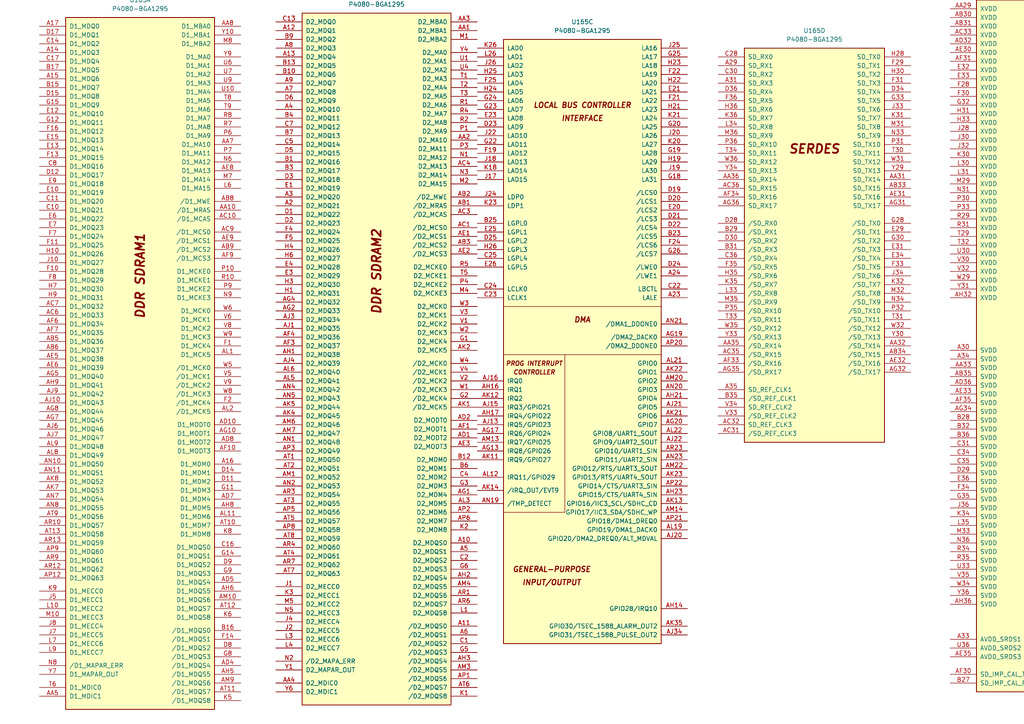
<source format=kicad_sch>
(kicad_sch (version 20250114) (generator "eeschema") (generator_version "9.0")
  (paper "A4")
  (lib_symbols
    (symbol "CPU:P4080-BGA1295" (pin_names (offset 1.016))
      (property "Reference" "U" (at 1.27 19.05 0))
      (property "Value" "P4080-BGA1295" (at 1.27 16.51 0))
      (symbol "P4080-BGA1295_1_1"
        (text "DDR SDRAM1" (at 1.27 26.67 900) (effects (font (size 2.54 2.54) (bold yes) (italic yes))))
        (pin bidirectional line (at -27.94 99.06 0) (length 7.62) (name "D1_MDQ0") (number "A17"))
        (pin bidirectional line (at -27.94 96.52 0) (length 7.62) (name "D1_MDQ1") (number "D17"))
        (pin bidirectional line (at -27.94 93.98 0) (length 7.62) (name "D1_MDQ2") (number "C14"))
        (pin bidirectional line (at -27.94 91.44 0) (length 7.62) (name "D1_MDQ3") (number "A14"))
        (pin bidirectional line (at -27.94 88.9 0) (length 7.62) (name "D1_MDQ4") (number "C17"))
        (pin bidirectional line (at -27.94 86.36 0) (length 7.62) (name "D1_MDQ5") (number "B17"))
        (pin bidirectional line (at -27.94 83.82 0) (length 7.62) (name "D1_MDQ6") (number "A15"))
        (pin bidirectional line (at -27.94 81.28 0) (length 7.62) (name "D1_MDQ7") (number "B15"))
        (pin bidirectional line (at -27.94 78.74 0) (length 7.62) (name "D1_MDQ8") (number "D15"))
        (pin bidirectional line (at -27.94 76.2 0) (length 7.62) (name "D1_MDQ9") (number "G15"))
        (pin bidirectional line (at -27.94 73.66 0) (length 7.62) (name "D1_MDQ10") (number "E12"))
        (pin bidirectional line (at -27.94 71.12 0) (length 7.62) (name "D1_MDQ11") (number "G12"))
        (pin bidirectional line (at -27.94 68.58 0) (length 7.62) (name "D1_MDQ12") (number "F16"))
        (pin bidirectional line (at -27.94 66.04 0) (length 7.62) (name "D1_MDQ13") (number "E15"))
        (pin bidirectional line (at -27.94 63.5 0) (length 7.62) (name "D1_MDQ14") (number "E13"))
        (pin bidirectional line (at -27.94 60.96 0) (length 7.62) (name "D1_MDQ15") (number "F13"))
        (pin bidirectional line (at -27.94 58.42 0) (length 7.62) (name "D1_MDQ16") (number "C8"))
        (pin bidirectional line (at -27.94 55.88 0) (length 7.62) (name "D1_MDQ17") (number "D12"))
        (pin bidirectional line (at -27.94 53.34 0) (length 7.62) (name "D1_MDQ18") (number "E9"))
        (pin bidirectional line (at -27.94 50.8 0) (length 7.62) (name "D1_MDQ19") (number "E10"))
        (pin bidirectional line (at -27.94 48.26 0) (length 7.62) (name "D1_MDQ20") (number "C11"))
        (pin bidirectional line (at -27.94 45.72 0) (length 7.62) (name "D1_MDQ21") (number "C10"))
        (pin bidirectional line (at -27.94 43.18 0) (length 7.62) (name "D1_MDQ22") (number "E6"))
        (pin bidirectional line (at -27.94 40.64 0) (length 7.62) (name "D1_MDQ23") (number "E7"))
        (pin bidirectional line (at -27.94 38.1 0) (length 7.62) (name "D1_MDQ24") (number "F7"))
        (pin bidirectional line (at -27.94 35.56 0) (length 7.62) (name "D1_MDQ25") (number "F11"))
        (pin bidirectional line (at -27.94 33.02 0) (length 7.62) (name "D1_MDQ26") (number "H10"))
        (pin bidirectional line (at -27.94 30.48 0) (length 7.62) (name "D1_MDQ27") (number "J10"))
        (pin bidirectional line (at -27.94 27.94 0) (length 7.62) (name "D1_MDQ28") (number "F10"))
        (pin bidirectional line (at -27.94 25.4 0) (length 7.62) (name "D1_MDQ29") (number "F8"))
        (pin bidirectional line (at -27.94 22.86 0) (length 7.62) (name "D1_MDQ30") (number "H7"))
        (pin bidirectional line (at -27.94 20.32 0) (length 7.62) (name "D1_MDQ31") (number "H9"))
        (pin bidirectional line (at -27.94 17.78 0) (length 7.62) (name "D1_MDQ32") (number "AC7"))
        (pin bidirectional line (at -27.94 15.24 0) (length 7.62) (name "D1_MDQ33") (number "AC6"))
        (pin bidirectional line (at -27.94 12.7 0) (length 7.62) (name "D1_MDQ34") (number "AF6"))
        (pin bidirectional line (at -27.94 10.16 0) (length 7.62) (name "D1_MDQ35") (number "AF7"))
        (pin bidirectional line (at -27.94 7.62 0) (length 7.62) (name "D1_MDQ36") (number "AB5"))
        (pin bidirectional line (at -27.94 5.08 0) (length 7.62) (name "D1_MDQ37") (number "AB6"))
        (pin bidirectional line (at -27.94 2.54 0) (length 7.62) (name "D1_MDQ38") (number "AE5"))
        (pin bidirectional line (at -27.94 0 0) (length 7.62) (name "D1_MDQ39") (number "AE6"))
        (pin bidirectional line (at -27.94 -2.54 0) (length 7.62) (name "D1_MDQ40") (number "AG5"))
        (pin bidirectional line (at -27.94 -5.08 0) (length 7.62) (name "D1_MDQ41") (number "AH9"))
        (pin bidirectional line (at -27.94 -7.62 0) (length 7.62) (name "D1_MDQ42") (number "AJ9"))
        (pin bidirectional line (at -27.94 -10.16 0) (length 7.62) (name "D1_MDQ43") (number "AJ10"))
        (pin bidirectional line (at -27.94 -12.7 0) (length 7.62) (name "D1_MDQ44") (number "AG8"))
        (pin bidirectional line (at -27.94 -15.24 0) (length 7.62) (name "D1_MDQ45") (number "AG7"))
        (pin bidirectional line (at -27.94 -17.78 0) (length 7.62) (name "D1_MDQ46") (number "AJ6"))
        (pin bidirectional line (at -27.94 -20.32 0) (length 7.62) (name "D1_MDQ47") (number "AJ7"))
        (pin bidirectional line (at -27.94 -22.86 0) (length 7.62) (name "D1_MDQ48") (number "AL9"))
        (pin bidirectional line (at -27.94 -25.4 0) (length 7.62) (name "D1_MDQ49") (number "AL8"))
        (pin bidirectional line (at -27.94 -27.94 0) (length 7.62) (name "D1_MDQ50") (number "AN10"))
        (pin bidirectional line (at -27.94 -30.48 0) (length 7.62) (name "D1_MDQ51") (number "AN11"))
        (pin bidirectional line (at -27.94 -33.02 0) (length 7.62) (name "D1_MDQ52") (number "AK8"))
        (pin bidirectional line (at -27.94 -35.56 0) (length 7.62) (name "D1_MDQ53") (number "AK7"))
        (pin bidirectional line (at -27.94 -38.1 0) (length 7.62) (name "D1_MDQ54") (number "AN7"))
        (pin bidirectional line (at -27.94 -40.64 0) (length 7.62) (name "D1_MDQ55") (number "AN8"))
        (pin bidirectional line (at -27.94 -43.18 0) (length 7.62) (name "D1_MDQ56") (number "AT9"))
        (pin bidirectional line (at -27.94 -45.72 0) (length 7.62) (name "D1_MDQ57") (number "AR10"))
        (pin bidirectional line (at -27.94 -48.26 0) (length 7.62) (name "D1_MDQ58") (number "AT13"))
        (pin bidirectional line (at -27.94 -50.8 0) (length 7.62) (name "D1_MDQ59") (number "AR13"))
        (pin bidirectional line (at -27.94 -53.34 0) (length 7.62) (name "D1_MDQ60") (number "AP9"))
        (pin bidirectional line (at -27.94 -55.88 0) (length 7.62) (name "D1_MDQ61") (number "AR9"))
        (pin bidirectional line (at -27.94 -58.42 0) (length 7.62) (name "D1_MDQ62") (number "AR12"))
        (pin bidirectional line (at -27.94 -60.96 0) (length 7.62) (name "D1_MDQ63") (number "AP12"))
        (pin bidirectional line (at -27.94 -64.77 0) (length 7.62) (name "D1_MECC0") (number "K9"))
        (pin bidirectional line (at -27.94 -67.31 0) (length 7.62) (name "D1_MECC1") (number "J5"))
        (pin bidirectional line (at -27.94 -69.85 0) (length 7.62) (name "D1_MECC2") (number "L10"))
        (pin bidirectional line (at -27.94 -72.39 0) (length 7.62) (name "D1_MECC3") (number "M10"))
        (pin bidirectional line (at -27.94 -74.93 0) (length 7.62) (name "D1_MECC4") (number "J8"))
        (pin bidirectional line (at -27.94 -77.47 0) (length 7.62) (name "D1_MECC5") (number "J7"))
        (pin bidirectional line (at -27.94 -80.01 0) (length 7.62) (name "D1_MECC6") (number "L7"))
        (pin bidirectional line (at -27.94 -82.55 0) (length 7.62) (name "D1_MECC7") (number "L9"))
        (pin input line (at -27.94 -86.36 0) (length 7.62) (name "/D1_MAPAR_ERR") (number "N8"))
        (pin output line (at -27.94 -88.9 0) (length 7.62) (name "D1_MAPAR_OUT") (number "Y7"))
        (pin bidirectional line (at -27.94 -92.71 0) (length 7.62) (name "D1_MDIC0") (number "T6"))
        (pin bidirectional line (at -27.94 -95.25 0) (length 7.62) (name "D1_MDIC1") (number "AA5"))
        (pin output line (at 30.48 99.06 180) (length 7.62) (name "D1_MBA0") (number "AA8"))
        (pin output line (at 30.48 96.52 180) (length 7.62) (name "D1_MBA1") (number "Y10"))
        (pin output line (at 30.48 93.98 180) (length 7.62) (name "D1_MBA2") (number "M8"))
        (pin output line (at 30.48 90.17 180) (length 7.62) (name "D1_MA0") (number "Y9"))
        (pin output line (at 30.48 87.63 180) (length 7.62) (name "D1_MA1") (number "U6"))
        (pin output line (at 30.48 85.09 180) (length 7.62) (name "D1_MA2") (number "U7"))
        (pin output line (at 30.48 82.55 180) (length 7.62) (name "D1_MA3") (number "U9"))
        (pin output line (at 30.48 80.01 180) (length 7.62) (name "D1_MA4") (number "U10"))
        (pin output line (at 30.48 77.47 180) (length 7.62) (name "D1_MA5") (number "T8"))
        (pin output line (at 30.48 74.93 180) (length 7.62) (name "D1_MA6") (number "T9"))
        (pin output line (at 30.48 72.39 180) (length 7.62) (name "D1_MA7") (number "R8"))
        (pin output line (at 30.48 69.85 180) (length 7.62) (name "D1_MA8") (number "R7"))
        (pin output line (at 30.48 67.31 180) (length 7.62) (name "D1_MA9") (number "P6"))
        (pin output line (at 30.48 64.77 180) (length 7.62) (name "D1_MA10") (number "AA7"))
        (pin output line (at 30.48 62.23 180) (length 7.62) (name "D1_MA11") (number "P7"))
        (pin output line (at 30.48 59.69 180) (length 7.62) (name "D1_MA12") (number "N6"))
        (pin output line (at 30.48 57.15 180) (length 7.62) (name "D1_MA13") (number "AE8"))
        (pin output line (at 30.48 54.61 180) (length 7.62) (name "D1_MA14") (number "M7"))
        (pin output line (at 30.48 52.07 180) (length 7.62) (name "D1_MA15") (number "L6"))
        (pin output line (at 30.48 48.26 180) (length 7.62) (name "/D1_MWE") (number "AB8"))
        (pin output line (at 30.48 45.72 180) (length 7.62) (name "/D1_MRAS") (number "AA10"))
        (pin output line (at 30.48 43.18 180) (length 7.62) (name "/D1_MCAS") (number "AC10"))
        (pin output line (at 30.48 39.37 180) (length 7.62) (name "/D1_MCS0") (number "AC9"))
        (pin output line (at 30.48 36.83 180) (length 7.62) (name "/D1_MCS1") (number "AE9"))
        (pin output line (at 30.48 34.29 180) (length 7.62) (name "/D1_MCS2") (number "AB9"))
        (pin output line (at 30.48 31.75 180) (length 7.62) (name "/D1_MCS3") (number "AF9"))
        (pin output line (at 30.48 27.94 180) (length 7.62) (name "D1_MCKE0") (number "P10"))
        (pin output line (at 30.48 25.4 180) (length 7.62) (name "D1_MCKE1") (number "R10"))
        (pin output line (at 30.48 22.86 180) (length 7.62) (name "D1_MCKE2") (number "P9"))
        (pin output line (at 30.48 20.32 180) (length 7.62) (name "D1_MCKE3") (number "N9"))
        (pin output line (at 30.48 16.51 180) (length 7.62) (name "D1_MCK0") (number "W6"))
        (pin output line (at 30.48 13.97 180) (length 7.62) (name "D1_MCK1") (number "V6"))
        (pin output line (at 30.48 11.43 180) (length 7.62) (name "D1_MCK2") (number "V8"))
        (pin output line (at 30.48 8.89 180) (length 7.62) (name "D1_MCK3") (number "W9"))
        (pin output line (at 30.48 6.35 180) (length 7.62) (name "D1_MCK4") (number "F1"))
        (pin output line (at 30.48 3.81 180) (length 7.62) (name "D1_MCK5") (number "AL1"))
        (pin output line (at 30.48 0 180) (length 7.62) (name "/D1_MCK0") (number "W5"))
        (pin output line (at 30.48 -2.54 180) (length 7.62) (name "/D1_MCK1") (number "V5"))
        (pin output line (at 30.48 -5.08 180) (length 7.62) (name "/D1_MCK2") (number "V9"))
        (pin output line (at 30.48 -7.62 180) (length 7.62) (name "/D1_MCK3") (number "W8"))
        (pin output line (at 30.48 -10.16 180) (length 7.62) (name "/D1_MCK4") (number "F2"))
        (pin output line (at 30.48 -12.7 180) (length 7.62) (name "/D1_MCK5") (number "AL2"))
        (pin output line (at 30.48 -16.51 180) (length 7.62) (name "D1_MODT0") (number "AD10"))
        (pin output line (at 30.48 -19.05 180) (length 7.62) (name "D1_MODT1") (number "AG10"))
        (pin output line (at 30.48 -21.59 180) (length 7.62) (name "D1_MODT2") (number "AD8"))
        (pin output line (at 30.48 -24.13 180) (length 7.62) (name "D1_MODT3") (number "AF10"))
        (pin output line (at 30.48 -27.94 180) (length 7.62) (name "D1_MDM0") (number "A16"))
        (pin output line (at 30.48 -30.48 180) (length 7.62) (name "D1_MDM1") (number "D14"))
        (pin output line (at 30.48 -33.02 180) (length 7.62) (name "D1_MDM2") (number "D11"))
        (pin output line (at 30.48 -35.56 180) (length 7.62) (name "D1_MDM3") (number "G11"))
        (pin output line (at 30.48 -38.1 180) (length 7.62) (name "D1_MDM4") (number "AD7"))
        (pin output line (at 30.48 -40.64 180) (length 7.62) (name "D1_MDM5") (number "AH8"))
        (pin output line (at 30.48 -43.18 180) (length 7.62) (name "D1_MDM6") (number "AL11"))
        (pin output line (at 30.48 -45.72 180) (length 7.62) (name "D1_MDM7") (number "AT10"))
        (pin output line (at 30.48 -48.26 180) (length 7.62) (name "D1_MDM8") (number "K8"))
        (pin bidirectional line (at 30.48 -52.07 180) (length 7.62) (name "D1_MDQS0") (number "C16"))
        (pin bidirectional line (at 30.48 -54.61 180) (length 7.62) (name "D1_MDQS1") (number "G14"))
        (pin bidirectional line (at 30.48 -57.15 180) (length 7.62) (name "D1_MDQS2") (number "D9"))
        (pin bidirectional line (at 30.48 -59.69 180) (length 7.62) (name "D1_MDQS3") (number "G9"))
        (pin bidirectional line (at 30.48 -62.23 180) (length 7.62) (name "D1_MDQS4") (number "AD5"))
        (pin bidirectional line (at 30.48 -64.77 180) (length 7.62) (name "D1_MDQS5") (number "AH6"))
        (pin bidirectional line (at 30.48 -67.31 180) (length 7.62) (name "D1_MDQS6") (number "AM10"))
        (pin bidirectional line (at 30.48 -69.85 180) (length 7.62) (name "D1_MDQS7") (number "AT12"))
        (pin bidirectional line (at 30.48 -72.39 180) (length 7.62) (name "D1_MDQS8") (number "K6"))
        (pin bidirectional line (at 30.48 -76.2 180) (length 7.62) (name "/D1_MDQS0") (number "B16"))
        (pin bidirectional line (at 30.48 -78.74 180) (length 7.62) (name "/D1_MDQS1") (number "F14"))
        (pin bidirectional line (at 30.48 -81.28 180) (length 7.62) (name "/D1_MDQS2") (number "D8"))
        (pin bidirectional line (at 30.48 -83.82 180) (length 7.62) (name "/D1_MDQS3") (number "G8"))
        (pin bidirectional line (at 30.48 -86.36 180) (length 7.62) (name "/D1_MDQS4") (number "AD4"))
        (pin bidirectional line (at 30.48 -88.9 180) (length 7.62) (name "/D1_MDQS5") (number "AH5"))
        (pin bidirectional line (at 30.48 -91.44 180) (length 7.62) (name "/D1_MDQS6") (number "AM9"))
        (pin bidirectional line (at 30.48 -93.98 180) (length 7.62) (name "/D1_MDQS7") (number "AT11"))
        (pin bidirectional line (at 30.48 -96.52 180) (length 7.62) (name "/D1_MDQS8") (number "K5"))
      )
      (symbol "P4080-BGA1295_2_1"
        (text "DDR SDRAM2" (at 1.27 26.67 900) (effects (font (size 2.54 2.54) (bold yes) (italic yes))))
        (pin bidirectional line (at -27.94 99.06 0) (length 7.62) (name "D2_MDQ0") (number "C13"))
        (pin bidirectional line (at -27.94 96.52 0) (length 7.62) (name "D2_MDQ1") (number "A12"))
        (pin bidirectional line (at -27.94 93.98 0) (length 7.62) (name "D2_MDQ2") (number "B9"))
        (pin bidirectional line (at -27.94 91.44 0) (length 7.62) (name "D2_MDQ3") (number "A8"))
        (pin bidirectional line (at -27.94 88.9 0) (length 7.62) (name "D2_MDQ4") (number "A13"))
        (pin bidirectional line (at -27.94 86.36 0) (length 7.62) (name "D2_MDQ5") (number "B13"))
        (pin bidirectional line (at -27.94 83.82 0) (length 7.62) (name "D2_MDQ6") (number "B10"))
        (pin bidirectional line (at -27.94 81.28 0) (length 7.62) (name "D2_MDQ7") (number "A9"))
        (pin bidirectional line (at -27.94 78.74 0) (length 7.62) (name "D2_MDQ8") (number "A7"))
        (pin bidirectional line (at -27.94 76.2 0) (length 7.62) (name "D2_MDQ9") (number "D6"))
        (pin bidirectional line (at -27.94 73.66 0) (length 7.62) (name "D2_MDQ10") (number "A4"))
        (pin bidirectional line (at -27.94 71.12 0) (length 7.62) (name "D2_MDQ11") (number "B4"))
        (pin bidirectional line (at -27.94 68.58 0) (length 7.62) (name "D2_MDQ12") (number "C7"))
        (pin bidirectional line (at -27.94 66.04 0) (length 7.62) (name "D2_MDQ13") (number "B7"))
        (pin bidirectional line (at -27.94 63.5 0) (length 7.62) (name "D2_MDQ14") (number "C5"))
        (pin bidirectional line (at -27.94 60.96 0) (length 7.62) (name "D2_MDQ15") (number "D5"))
        (pin bidirectional line (at -27.94 58.42 0) (length 7.62) (name "D2_MDQ16") (number "B1"))
        (pin bidirectional line (at -27.94 55.88 0) (length 7.62) (name "D2_MDQ17") (number "B3"))
        (pin bidirectional line (at -27.94 53.34 0) (length 7.62) (name "D2_MDQ18") (number "D3"))
        (pin bidirectional line (at -27.94 50.8 0) (length 7.62) (name "D2_MDQ19") (number "E1"))
        (pin bidirectional line (at -27.94 48.26 0) (length 7.62) (name "D2_MDQ20") (number "A3"))
        (pin bidirectional line (at -27.94 45.72 0) (length 7.62) (name "D2_MDQ21") (number "A2"))
        (pin bidirectional line (at -27.94 43.18 0) (length 7.62) (name "D2_MDQ22") (number "D1"))
        (pin bidirectional line (at -27.94 40.64 0) (length 7.62) (name "D2_MDQ23") (number "D2"))
        (pin bidirectional line (at -27.94 38.1 0) (length 7.62) (name "D2_MDQ24") (number "F4"))
        (pin bidirectional line (at -27.94 35.56 0) (length 7.62) (name "D2_MDQ25") (number "F5"))
        (pin bidirectional line (at -27.94 33.02 0) (length 7.62) (name "D2_MDQ26") (number "H4"))
        (pin bidirectional line (at -27.94 30.48 0) (length 7.62) (name "D2_MDQ27") (number "H6"))
        (pin bidirectional line (at -27.94 27.94 0) (length 7.62) (name "D2_MDQ28") (number "E4"))
        (pin bidirectional line (at -27.94 25.4 0) (length 7.62) (name "D2_MDQ29") (number "E3"))
        (pin bidirectional line (at -27.94 22.86 0) (length 7.62) (name "D2_MDQ30") (number "H3"))
        (pin bidirectional line (at -27.94 20.32 0) (length 7.62) (name "D2_MDQ31") (number "H1"))
        (pin bidirectional line (at -27.94 17.78 0) (length 7.62) (name "D2_MDQ32") (number "AG4"))
        (pin bidirectional line (at -27.94 15.24 0) (length 7.62) (name "D2_MDQ33") (number "AG2"))
        (pin bidirectional line (at -27.94 12.7 0) (length 7.62) (name "D2_MDQ34") (number "AJ3"))
        (pin bidirectional line (at -27.94 10.16 0) (length 7.62) (name "D2_MDQ35") (number "AJ1"))
        (pin bidirectional line (at -27.94 7.62 0) (length 7.62) (name "D2_MDQ36") (number "AF4"))
        (pin bidirectional line (at -27.94 5.08 0) (length 7.62) (name "D2_MDQ37") (number "AF3"))
        (pin bidirectional line (at -27.94 2.54 0) (length 7.62) (name "D2_MDQ38") (number "AH1"))
        (pin bidirectional line (at -27.94 0 0) (length 7.62) (name "D2_MDQ39") (number "AJ4"))
        (pin bidirectional line (at -27.94 -2.54 0) (length 7.62) (name "D2_MDQ40") (number "AL6"))
        (pin bidirectional line (at -27.94 -5.08 0) (length 7.62) (name "D2_MDQ41") (number "AL5"))
        (pin bidirectional line (at -27.94 -7.62 0) (length 7.62) (name "D2_MDQ42") (number "AN4"))
        (pin bidirectional line (at -27.94 -10.16 0) (length 7.62) (name "D2_MDQ43") (number "AN5"))
        (pin bidirectional line (at -27.94 -12.7 0) (length 7.62) (name "D2_MDQ44") (number "AK5"))
        (pin bidirectional line (at -27.94 -15.24 0) (length 7.62) (name "D2_MDQ45") (number "AK4"))
        (pin bidirectional line (at -27.94 -17.78 0) (length 7.62) (name "D2_MDQ46") (number "AM6"))
        (pin bidirectional line (at -27.94 -20.32 0) (length 7.62) (name "D2_MDQ47") (number "AM7"))
        (pin bidirectional line (at -27.94 -22.86 0) (length 7.62) (name "D2_MDQ48") (number "AN1"))
        (pin bidirectional line (at -27.94 -25.4 0) (length 7.62) (name "D2_MDQ49") (number "AP3"))
        (pin bidirectional line (at -27.94 -27.94 0) (length 7.62) (name "D2_MDQ50") (number "AT1"))
        (pin bidirectional line (at -27.94 -30.48 0) (length 7.62) (name "D2_MDQ51") (number "AT2"))
        (pin bidirectional line (at -27.94 -33.02 0) (length 7.62) (name "D2_MDQ52") (number "AM1"))
        (pin bidirectional line (at -27.94 -35.56 0) (length 7.62) (name "D2_MDQ53") (number "AN2"))
        (pin bidirectional line (at -27.94 -38.1 0) (length 7.62) (name "D2_MDQ54") (number "AR3"))
        (pin bidirectional line (at -27.94 -40.64 0) (length 7.62) (name "D2_MDQ55") (number "AT3"))
        (pin bidirectional line (at -27.94 -43.18 0) (length 7.62) (name "D2_MDQ56") (number "AP5"))
        (pin bidirectional line (at -27.94 -45.72 0) (length 7.62) (name "D2_MDQ57") (number "AT5"))
        (pin bidirectional line (at -27.94 -48.26 0) (length 7.62) (name "D2_MDQ58") (number "AP8"))
        (pin bidirectional line (at -27.94 -50.8 0) (length 7.62) (name "D2_MDQ59") (number "AT8"))
        (pin bidirectional line (at -27.94 -53.34 0) (length 7.62) (name "D2_MDQ60") (number "AR4"))
        (pin bidirectional line (at -27.94 -55.88 0) (length 7.62) (name "D2_MDQ61") (number "AT4"))
        (pin bidirectional line (at -27.94 -58.42 0) (length 7.62) (name "D2_MDQ62") (number "AR7"))
        (pin bidirectional line (at -27.94 -60.96 0) (length 7.62) (name "D2_MDQ63") (number "AT7"))
        (pin bidirectional line (at -27.94 -64.77 0) (length 7.62) (name "D2_MECC0") (number "J1"))
        (pin bidirectional line (at -27.94 -67.31 0) (length 7.62) (name "D2_MECC1") (number "K3"))
        (pin bidirectional line (at -27.94 -69.85 0) (length 7.62) (name "D2_MECC2") (number "M5"))
        (pin bidirectional line (at -27.94 -72.39 0) (length 7.62) (name "D2_MECC3") (number "N5"))
        (pin bidirectional line (at -27.94 -74.93 0) (length 7.62) (name "D2_MECC4") (number "J4"))
        (pin bidirectional line (at -27.94 -77.47 0) (length 7.62) (name "D2_MECC5") (number "J2"))
        (pin bidirectional line (at -27.94 -80.01 0) (length 7.62) (name "D2_MECC6") (number "L3"))
        (pin bidirectional line (at -27.94 -82.55 0) (length 7.62) (name "D2_MECC7") (number "L4"))
        (pin input line (at -27.94 -86.36 0) (length 7.62) (name "/D2_MAPA_ERR") (number "N2"))
        (pin output line (at -27.94 -88.9 0) (length 7.62) (name "D2_MAPAR_OUT") (number "Y1"))
        (pin bidirectional line (at -27.94 -92.71 0) (length 7.62) (name "D2_MDIC0") (number "AA4"))
        (pin bidirectional line (at -27.94 -95.25 0) (length 7.62) (name "D2_MDIC1") (number "Y6"))
        (pin output line (at 30.48 99.06 180) (length 7.62) (name "D2_MBA0") (number "AA3"))
        (pin output line (at 30.48 96.52 180) (length 7.62) (name "D2_MBA1") (number "AA1"))
        (pin output line (at 30.48 93.98 180) (length 7.62) (name "D2_MBA2") (number "M1"))
        (pin output line (at 30.48 90.17 180) (length 7.62) (name "D2_MA0") (number "Y4"))
        (pin output line (at 30.48 87.63 180) (length 7.62) (name "D2_MA1") (number "U1"))
        (pin output line (at 30.48 85.09 180) (length 7.62) (name "D2_MA2") (number "U4"))
        (pin output line (at 30.48 82.55 180) (length 7.62) (name "D2_MA3") (number "T1"))
        (pin output line (at 30.48 80.01 180) (length 7.62) (name "D2_MA4") (number "T2"))
        (pin output line (at 30.48 77.47 180) (length 7.62) (name "D2_MA5") (number "T3"))
        (pin output line (at 30.48 74.93 180) (length 7.62) (name "D2_MA6") (number "R1"))
        (pin output line (at 30.48 72.39 180) (length 7.62) (name "D2_MA7") (number "R4"))
        (pin output line (at 30.48 69.85 180) (length 7.62) (name "D2_MA8") (number "R2"))
        (pin output line (at 30.48 67.31 180) (length 7.62) (name "D2_MA9") (number "P1"))
        (pin output line (at 30.48 64.77 180) (length 7.62) (name "D2_MA10") (number "AA2"))
        (pin output line (at 30.48 62.23 180) (length 7.62) (name "D2_MA11") (number "P3"))
        (pin output line (at 30.48 59.69 180) (length 7.62) (name "D2_MA12") (number "N1"))
        (pin output line (at 30.48 57.15 180) (length 7.62) (name "D2_MA13") (number "AC4"))
        (pin output line (at 30.48 54.61 180) (length 7.62) (name "D2_MA14") (number "N3"))
        (pin output line (at 30.48 52.07 180) (length 7.62) (name "D2_MA15") (number "M2"))
        (pin output line (at 30.48 48.26 180) (length 7.62) (name "/D2_MWE") (number "AB2"))
        (pin output line (at 30.48 45.72 180) (length 7.62) (name "/D2_MRAS") (number "AB1"))
        (pin output line (at 30.48 43.18 180) (length 7.62) (name "/D2_MCAS") (number "AC3"))
        (pin output line (at 30.48 39.37 180) (length 7.62) (name "/D2_MCS0") (number "AC1"))
        (pin output line (at 30.48 36.83 180) (length 7.62) (name "/D2_MCS1") (number "AE1"))
        (pin output line (at 30.48 34.29 180) (length 7.62) (name "/D2_MCS2") (number "AB3"))
        (pin output line (at 30.48 31.75 180) (length 7.62) (name "/D2_MCS3") (number "AE2"))
        (pin output line (at 30.48 27.94 180) (length 7.62) (name "D2_MCKE0") (number "R5"))
        (pin output line (at 30.48 25.4 180) (length 7.62) (name "D2_MCKE1") (number "T5"))
        (pin output line (at 30.48 22.86 180) (length 7.62) (name "D2_MCKE2") (number "P4"))
        (pin output line (at 30.48 20.32 180) (length 7.62) (name "D2_MCKE3") (number "M4"))
        (pin output line (at 30.48 16.51 180) (length 7.62) (name "D2_MCK0") (number "W3"))
        (pin output line (at 30.48 13.97 180) (length 7.62) (name "D2_MCK1") (number "V3"))
        (pin output line (at 30.48 11.43 180) (length 7.62) (name "D2_MCK2") (number "V1"))
        (pin output line (at 30.48 8.89 180) (length 7.62) (name "D2_MCK3") (number "W2"))
        (pin output line (at 30.48 6.35 180) (length 7.62) (name "D2_MCK4") (number "G1"))
        (pin output line (at 30.48 3.81 180) (length 7.62) (name "D2_MCK5") (number "AK2"))
        (pin output line (at 30.48 0 180) (length 7.62) (name "/D2_MCK0") (number "W4"))
        (pin output line (at 30.48 -2.54 180) (length 7.62) (name "/D2_MCK1") (number "V4"))
        (pin output line (at 30.48 -5.08 180) (length 7.62) (name "/D2_MCK2") (number "V2"))
        (pin output line (at 30.48 -7.62 180) (length 7.62) (name "/D2_MCK3") (number "W1"))
        (pin output line (at 30.48 -10.16 180) (length 7.62) (name "/D2_MCK4") (number "G2"))
        (pin output line (at 30.48 -12.7 180) (length 7.62) (name "/D2_MCK5") (number "AK1"))
        (pin output line (at 30.48 -16.51 180) (length 7.62) (name "D2_MODT0") (number "AD2"))
        (pin output line (at 30.48 -19.05 180) (length 7.62) (name "D2_MODT1") (number "AF1"))
        (pin output line (at 30.48 -21.59 180) (length 7.62) (name "D2_MODT2") (number "AD1"))
        (pin output line (at 30.48 -24.13 180) (length 7.62) (name "D2_MODT3") (number "AE3"))
        (pin output line (at 30.48 -27.94 180) (length 7.62) (name "D2_MDM0") (number "B12"))
        (pin output line (at 30.48 -30.48 180) (length 7.62) (name "D2_MDM1") (number "B6"))
        (pin output line (at 30.48 -33.02 180) (length 7.62) (name "D2_MDM2") (number "C4"))
        (pin output line (at 30.48 -35.56 180) (length 7.62) (name "D2_MDM3") (number "G3"))
        (pin output line (at 30.48 -38.1 180) (length 7.62) (name "D2_MDM4") (number "AG1"))
        (pin output line (at 30.48 -40.64 180) (length 7.62) (name "D2_MDM5") (number "AL3"))
        (pin output line (at 30.48 -43.18 180) (length 7.62) (name "D2_MDM6") (number "AP2"))
        (pin output line (at 30.48 -45.72 180) (length 7.62) (name "D2_MDM7") (number "AP6"))
        (pin output line (at 30.48 -48.26 180) (length 7.62) (name "D2_MDM8") (number "K2"))
        (pin bidirectional line (at 30.48 -52.07 180) (length 7.62) (name "D2_MDQS0") (number "A10"))
        (pin bidirectional line (at 30.48 -54.61 180) (length 7.62) (name "D2_MDQS1") (number "A5"))
        (pin bidirectional line (at 30.48 -57.15 180) (length 7.62) (name "D2_MDQS2") (number "C2"))
        (pin bidirectional line (at 30.48 -59.69 180) (length 7.62) (name "D2_MDQS3") (number "G6"))
        (pin bidirectional line (at 30.48 -62.23 180) (length 7.62) (name "D2_MDQS4") (number "AH2"))
        (pin bidirectional line (at 30.48 -64.77 180) (length 7.62) (name "D2_MDQS5") (number "AM4"))
        (pin bidirectional line (at 30.48 -67.31 180) (length 7.62) (name "D2_MDQS6") (number "AR1"))
        (pin bidirectional line (at 30.48 -69.85 180) (length 7.62) (name "D2_MDQS7") (number "AR6"))
        (pin bidirectional line (at 30.48 -72.39 180) (length 7.62) (name "D2_MDQS8") (number "L1"))
        (pin bidirectional line (at 30.48 -76.2 180) (length 7.62) (name "/D2_MDQS0") (number "A11"))
        (pin bidirectional line (at 30.48 -78.74 180) (length 7.62) (name "/D2_MDQS1") (number "A6"))
        (pin bidirectional line (at 30.48 -81.28 180) (length 7.62) (name "/D2_MDQS2") (number "C1"))
        (pin bidirectional line (at 30.48 -83.82 180) (length 7.62) (name "/D2_MDQS3") (number "G5"))
        (pin bidirectional line (at 30.48 -86.36 180) (length 7.62) (name "/D2_MDQS4") (number "AH3"))
        (pin bidirectional line (at 30.48 -88.9 180) (length 7.62) (name "/D2_MDQS5") (number "AM3"))
        (pin bidirectional line (at 30.48 -91.44 180) (length 7.62) (name "/D2_MDQS6") (number "AP1"))
        (pin bidirectional line (at 30.48 -93.98 180) (length 7.62) (name "/D2_MDQS7") (number "AT6"))
        (pin bidirectional line (at 30.48 -96.52 180) (length 7.62) (name "/D2_MDQS8") (number "K1"))
      )
      (symbol "P4080-BGA1295_3_1"
        (text "PROG INTERRUPT" (at -13.97 -5.08 0) (effects (font (size 1.27 1.27) (bold yes) (italic yes))))
        (text "CONTROLLER" (at -13.97 -7.62 0) (effects (font (size 1.27 1.27) (bold yes) (italic yes))))
        (text "GENERAL-PURPOSE" (at -8.89 -64.77 0) (effects (font (size 1.524 1.524) (bold yes) (italic yes))))
        (text "INPUT/OUTPUT" (at -8.89 -68.58 0) (effects (font (size 1.524 1.524) (bold yes) (italic yes))))
        (text "LOCAL BUS CONTROLLER" (at 0 69.85 0) (effects (font (size 1.524 1.524) (bold yes) (italic yes))))
        (text "INTERFACE" (at 0 66.04 0) (effects (font (size 1.524 1.524) (bold yes) (italic yes))))
        (text "DMA" (at 0 7.62 0) (effects (font (size 1.524 1.524) (bold yes) (italic yes))))
        (pin bidirectional line (at -30.48 86.36 0) (length 7.62) (name "LAD0") (number "K26"))
        (pin bidirectional line (at -30.48 83.82 0) (length 7.62) (name "LAD1") (number "L26"))
        (pin bidirectional line (at -30.48 81.28 0) (length 7.62) (name "LAD2") (number "J26"))
        (pin bidirectional line (at -30.48 78.74 0) (length 7.62) (name "LAD3") (number "H25"))
        (pin bidirectional line (at -30.48 76.2 0) (length 7.62) (name "LAD4") (number "F25"))
        (pin bidirectional line (at -30.48 73.66 0) (length 7.62) (name "LAD5") (number "H24"))
        (pin bidirectional line (at -30.48 71.12 0) (length 7.62) (name "LAD6") (number "G24"))
        (pin bidirectional line (at -30.48 68.58 0) (length 7.62) (name "LAD7") (number "G23"))
        (pin bidirectional line (at -30.48 66.04 0) (length 7.62) (name "LAD8") (number "E23"))
        (pin bidirectional line (at -30.48 63.5 0) (length 7.62) (name "LAD9") (number "D23"))
        (pin bidirectional line (at -30.48 60.96 0) (length 7.62) (name "LAD10") (number "J22"))
        (pin bidirectional line (at -30.48 58.42 0) (length 7.62) (name "LAD11") (number "G22"))
        (pin bidirectional line (at -30.48 55.88 0) (length 7.62) (name "LAD12") (number "F19"))
        (pin bidirectional line (at -30.48 53.34 0) (length 7.62) (name "LAD13") (number "J18"))
        (pin bidirectional line (at -30.48 50.8 0) (length 7.62) (name "LAD14") (number "K18"))
        (pin bidirectional line (at -30.48 48.26 0) (length 7.62) (name "LAD15") (number "J17"))
        (pin bidirectional line (at -30.48 43.18 0) (length 7.62) (name "LDP0") (number "J24"))
        (pin bidirectional line (at -30.48 40.64 0) (length 7.62) (name "LDP1") (number "K23"))
        (pin output line (at -30.48 35.56 0) (length 7.62) (name "LGPL0") (number "B25"))
        (pin output line (at -30.48 33.02 0) (length 7.62) (name "LGPL1") (number "E25"))
        (pin output line (at -30.48 30.48 0) (length 7.62) (name "LGPL2") (number "D25"))
        (pin output line (at -30.48 27.94 0) (length 7.62) (name "LGPL3") (number "H26"))
        (pin bidirectional line (at -30.48 25.4 0) (length 7.62) (name "LGPL4") (number "C25"))
        (pin output line (at -30.48 22.86 0) (length 7.62) (name "LGPL5") (number "E26"))
        (pin output line (at -30.48 16.51 0) (length 7.62) (name "LCLK0") (number "C24"))
        (pin output line (at -30.48 13.97 0) (length 7.62) (name "LCLK1") (number "C23"))
        (pin input line (at -30.48 -10.16 0) (length 7.62) (name "IRQ0") (number "AJ16"))
        (pin input line (at -30.48 -12.7 0) (length 7.62) (name "IRQ1") (number "AH16"))
        (pin input line (at -30.48 -15.24 0) (length 7.62) (name "IRQ2") (number "AK12"))
        (pin input line (at -30.48 -17.78 0) (length 7.62) (name "IRQ3/GPIO21") (number "AJ15"))
        (pin input line (at -30.48 -20.32 0) (length 7.62) (name "IRQ4/GPIO22") (number "AH17"))
        (pin input line (at -30.48 -22.86 0) (length 7.62) (name "IRQ5/GPIO23") (number "AJ13"))
        (pin input line (at -30.48 -25.4 0) (length 7.62) (name "IRQ6/GPIO24") (number "AG17"))
        (pin input line (at -30.48 -27.94 0) (length 7.62) (name "IRQ7/GPIO25") (number "AM13"))
        (pin input line (at -30.48 -30.48 0) (length 7.62) (name "IRQ8/GPIO26") (number "AG13"))
        (pin input line (at -30.48 -33.02 0) (length 7.62) (name "IRQ9/GPIO27") (number "AK11"))
        (pin input line (at -30.48 -38.1 0) (length 7.62) (name "IRQ11/GPIO29") (number "AL12"))
        (pin output line (at -30.48 -41.91 0) (length 7.62) (name "/IRQ_OUT/EVT9") (number "AK14"))
        (pin input line (at -30.48 -45.72 0) (length 7.62) (name "/TMP_DETECT") (number "AN19"))
        (pin output line (at 30.48 86.36 180) (length 7.62) (name "LA16") (number "J25"))
        (pin output line (at 30.48 83.82 180) (length 7.62) (name "LA17") (number "G25"))
        (pin output line (at 30.48 81.28 180) (length 7.62) (name "LA18") (number "H23"))
        (pin output line (at 30.48 78.74 180) (length 7.62) (name "LA19") (number "F22"))
        (pin output line (at 30.48 76.2 180) (length 7.62) (name "LA20") (number "H22"))
        (pin output line (at 30.48 73.66 180) (length 7.62) (name "LA21") (number "E21"))
        (pin output line (at 30.48 71.12 180) (length 7.62) (name "LA22") (number "F21"))
        (pin output line (at 30.48 68.58 180) (length 7.62) (name "LA23") (number "H21"))
        (pin output line (at 30.48 66.04 180) (length 7.62) (name "LA24") (number "K21"))
        (pin output line (at 30.48 63.5 180) (length 7.62) (name "LA25") (number "G20"))
        (pin output line (at 30.48 60.96 180) (length 7.62) (name "LA26") (number "J20"))
        (pin output line (at 30.48 58.42 180) (length 7.62) (name "LA27") (number "K20"))
        (pin output line (at 30.48 55.88 180) (length 7.62) (name "LA28") (number "G19"))
        (pin output line (at 30.48 53.34 180) (length 7.62) (name "LA29") (number "H19"))
        (pin output line (at 30.48 50.8 180) (length 7.62) (name "LA30") (number "J19"))
        (pin output line (at 30.48 48.26 180) (length 7.62) (name "LA31") (number "G18"))
        (pin output line (at 30.48 44.45 180) (length 7.62) (name "/LCS0") (number "D19"))
        (pin output line (at 30.48 41.91 180) (length 7.62) (name "/LCS1") (number "D20"))
        (pin output line (at 30.48 39.37 180) (length 7.62) (name "/LCS2") (number "E20"))
        (pin output line (at 30.48 36.83 180) (length 7.62) (name "/LCS3") (number "D21"))
        (pin output line (at 30.48 34.29 180) (length 7.62) (name "/LCS4") (number "D22"))
        (pin output line (at 30.48 31.75 180) (length 7.62) (name "/LCS5") (number "B23"))
        (pin output line (at 30.48 29.21 180) (length 7.62) (name "/LCS6") (number "F24"))
        (pin output line (at 30.48 26.67 180) (length 7.62) (name "/LCS7") (number "G26"))
        (pin output line (at 30.48 22.86 180) (length 7.62) (name "/LWE0") (number "D24"))
        (pin output line (at 30.48 20.32 180) (length 7.62) (name "/LWE1") (number "A24"))
        (pin output line (at 30.48 16.51 180) (length 7.62) (name "LBCTL") (number "C22"))
        (pin bidirectional line (at 30.48 13.97 180) (length 7.62) (name "LALE") (number "A23"))
        (pin output line (at 30.48 6.35 180) (length 7.62) (name "/DMA1_DDONE0") (number "AN21"))
        (pin output line (at 30.48 2.54 180) (length 7.62) (name "/DMA2_DACK0") (number "AG19"))
        (pin output line (at 30.48 0 180) (length 7.62) (name "/DMA2_DDONE0") (number "AP20"))
        (pin bidirectional line (at 30.48 -5.08 180) (length 7.62) (name "GPIO0") (number "AL21"))
        (pin bidirectional line (at 30.48 -7.62 180) (length 7.62) (name "GPIO1") (number "AK22"))
        (pin bidirectional line (at 30.48 -10.16 180) (length 7.62) (name "GPIO2") (number "AM20"))
        (pin bidirectional line (at 30.48 -12.7 180) (length 7.62) (name "GPIO3") (number "AN20"))
        (pin bidirectional line (at 30.48 -15.24 180) (length 7.62) (name "GPIO4") (number "AH21"))
        (pin bidirectional line (at 30.48 -17.78 180) (length 7.62) (name "GPIO5") (number "AJ21"))
        (pin bidirectional line (at 30.48 -20.32 180) (length 7.62) (name "GPIO6") (number "AK21"))
        (pin bidirectional line (at 30.48 -22.86 180) (length 7.62) (name "GPIO7") (number "AG20"))
        (pin bidirectional line (at 30.48 -25.4 180) (length 7.62) (name "GPIO8/UART1_SOUT") (number "AL22"))
        (pin bidirectional line (at 30.48 -27.94 180) (length 7.62) (name "GPIO9/UART2_SOUT") (number "AJ22"))
        (pin bidirectional line (at 30.48 -30.48 180) (length 7.62) (name "GPIO10/UART1_SIN") (number "AR23"))
        (pin bidirectional line (at 30.48 -33.02 180) (length 7.62) (name "GPIO11/UART2_SIN") (number "AN23"))
        (pin bidirectional line (at 30.48 -35.56 180) (length 7.62) (name "GPIO12/RTS/UART3_SOUT") (number "AM22"))
        (pin bidirectional line (at 30.48 -38.1 180) (length 7.62) (name "GPIO13/RTS/UART4_SOUT") (number "AK23"))
        (pin bidirectional line (at 30.48 -40.64 180) (length 7.62) (name "GPIO14/CTS/UART3_SIN") (number "AP22"))
        (pin bidirectional line (at 30.48 -43.18 180) (length 7.62) (name "GPIO15/CTS/UART4_SIN") (number "AH23"))
        (pin bidirectional line (at 30.48 -45.72 180) (length 7.62) (name "GPIO16/IIC3_SCL/SDHC_CD") (number "AK13"))
        (pin bidirectional line (at 30.48 -48.26 180) (length 7.62) (name "GPIO17/IIC3_SDA/SDHC_WP") (number "AM14"))
        (pin bidirectional line (at 30.48 -50.8 180) (length 7.62) (name "GPIO18/DMA1_DREQ0") (number "AP21"))
        (pin bidirectional line (at 30.48 -53.34 180) (length 7.62) (name "GPIO19/DMA1_DACK0") (number "AL19"))
        (pin bidirectional line (at 30.48 -55.88 180) (length 7.62) (name "GPIO20/DMA2_DREQ0/ALT_MDVAL") (number "AJ20"))
        (pin bidirectional line (at 30.48 -76.2 180) (length 7.62) (name "GPIO28/IRQ10") (number "AH14"))
        (pin bidirectional line (at 30.48 -81.28 180) (length 7.62) (name "GPIO30/TSEC_1588_ALARM_OUT2") (number "AK35"))
        (pin bidirectional line (at 30.48 -83.82 180) (length 7.62) (name "GPIO31/TSEC_1588_PULSE_OUT2") (number "AJ34"))
      )
      (symbol "P4080-BGA1295_4_1"
        (text "SERDES" (at 0 29.21 0) (effects (font (size 2.54 2.54) (bold yes) (italic yes))))
        (pin input line (at -27.94 55.88 0) (length 7.62) (name "SD_RX0") (number "C28"))
        (pin input line (at -27.94 53.34 0) (length 7.62) (name "SD_RX1") (number "A29"))
        (pin input line (at -27.94 50.8 0) (length 7.62) (name "SD_RX2") (number "C30"))
        (pin input line (at -27.94 48.26 0) (length 7.62) (name "SD_RX3") (number "A31"))
        (pin input line (at -27.94 45.72 0) (length 7.62) (name "SD_RX4") (number "D36"))
        (pin input line (at -27.94 43.18 0) (length 7.62) (name "SD_RX5") (number "F36"))
        (pin input line (at -27.94 40.64 0) (length 7.62) (name "SD_RX6") (number "H36"))
        (pin input line (at -27.94 38.1 0) (length 7.62) (name "SD_RX7") (number "K36"))
        (pin input line (at -27.94 35.56 0) (length 7.62) (name "SD_RX8") (number "L34"))
        (pin input line (at -27.94 33.02 0) (length 7.62) (name "SD_RX9") (number "M36"))
        (pin input line (at -27.94 30.48 0) (length 7.62) (name "SD_RX10") (number "P36"))
        (pin input line (at -27.94 27.94 0) (length 7.62) (name "SD_RX11") (number "T34"))
        (pin input line (at -27.94 25.4 0) (length 7.62) (name "SD_RX12") (number "W36"))
        (pin input line (at -27.94 22.86 0) (length 7.62) (name "SD_RX13") (number "Y34"))
        (pin input line (at -27.94 20.32 0) (length 7.62) (name "SD_RX14") (number "AA36"))
        (pin input line (at -27.94 17.78 0) (length 7.62) (name "SD_RX15") (number "AC36"))
        (pin input line (at -27.94 15.24 0) (length 7.62) (name "SD_RX16") (number "AF34"))
        (pin input line (at -27.94 12.7 0) (length 7.62) (name "SD_RX17") (number "AG36"))
        (pin input line (at -27.94 7.62 0) (length 7.62) (name "/SD_RX0") (number "D28"))
        (pin input line (at -27.94 5.08 0) (length 7.62) (name "/SD_RX1") (number "B29"))
        (pin input line (at -27.94 2.54 0) (length 7.62) (name "/SD_RX2") (number "D30"))
        (pin input line (at -27.94 0 0) (length 7.62) (name "/SD_RX3") (number "B31"))
        (pin input line (at -27.94 -2.54 0) (length 7.62) (name "/SD_RX4") (number "C36"))
        (pin input line (at -27.94 -5.08 0) (length 7.62) (name "/SD_RX5") (number "F35"))
        (pin input line (at -27.94 -7.62 0) (length 7.62) (name "/SD_RX6") (number "H35"))
        (pin input line (at -27.94 -10.16 0) (length 7.62) (name "/SD_RX7") (number "K35"))
        (pin input line (at -27.94 -12.7 0) (length 7.62) (name "/SD_RX8") (number "L33"))
        (pin input line (at -27.94 -15.24 0) (length 7.62) (name "/SD_RX9") (number "M35"))
        (pin input line (at -27.94 -17.78 0) (length 7.62) (name "/SD_RX10") (number "P35"))
        (pin input line (at -27.94 -20.32 0) (length 7.62) (name "/SD_RX11") (number "T33"))
        (pin input line (at -27.94 -22.86 0) (length 7.62) (name "/SD_RX12") (number "W35"))
        (pin input line (at -27.94 -25.4 0) (length 7.62) (name "/SD_RX13") (number "Y33"))
        (pin input line (at -27.94 -27.94 0) (length 7.62) (name "/SD_RX14") (number "AA35"))
        (pin input line (at -27.94 -30.48 0) (length 7.62) (name "/SD_RX15") (number "AC35"))
        (pin input line (at -27.94 -33.02 0) (length 7.62) (name "/SD_RX16") (number "AF33"))
        (pin input line (at -27.94 -35.56 0) (length 7.62) (name "/SD_RX17") (number "AG35"))
        (pin input line (at -27.94 -40.64 0) (length 7.62) (name "SD_REF_CLK1") (number "A35"))
        (pin input line (at -27.94 -43.18 0) (length 7.62) (name "/SD_REF_CLK1") (number "B35"))
        (pin input line (at -27.94 -45.72 0) (length 7.62) (name "SD_REF_CLK2") (number "V34"))
        (pin input line (at -27.94 -48.26 0) (length 7.62) (name "/SD_REF_CLK2") (number "V33"))
        (pin input line (at -27.94 -50.8 0) (length 7.62) (name "SD_REF_CLK3") (number "AC32"))
        (pin input line (at -27.94 -53.34 0) (length 7.62) (name "/SD_REF_CLK3") (number "AC31"))
        (pin output line (at 27.94 55.88 180) (length 7.62) (name "SD_TX0") (number "H28"))
        (pin output line (at 27.94 53.34 180) (length 7.62) (name "SD_TX1") (number "F29"))
        (pin output line (at 27.94 50.8 180) (length 7.62) (name "SD_TX2") (number "H30"))
        (pin output line (at 27.94 48.26 180) (length 7.62) (name "SD_TX3") (number "F31"))
        (pin output line (at 27.94 45.72 180) (length 7.62) (name "SD_TX4") (number "D34"))
        (pin output line (at 27.94 43.18 180) (length 7.62) (name "SD_TX5") (number "G33"))
        (pin output line (at 27.94 40.64 180) (length 7.62) (name "SD_TX6") (number "J33"))
        (pin output line (at 27.94 38.1 180) (length 7.62) (name "SD_TX7") (number "K31"))
        (pin output line (at 27.94 35.56 180) (length 7.62) (name "SD_TX8") (number "M31"))
        (pin output line (at 27.94 33.02 180) (length 7.62) (name "SD_TX9") (number "N33"))
        (pin output line (at 27.94 30.48 180) (length 7.62) (name "SD_TX10") (number "P31"))
        (pin output line (at 27.94 27.94 180) (length 7.62) (name "SD_TX11") (number "T30"))
        (pin output line (at 27.94 25.4 180) (length 7.62) (name "SD_TX12") (number "W31"))
        (pin output line (at 27.94 22.86 180) (length 7.62) (name "SD_TX13") (number "Y29"))
        (pin output line (at 27.94 20.32 180) (length 7.62) (name "SD_TX14") (number "AA31"))
        (pin output line (at 27.94 17.78 180) (length 7.62) (name "SD_TX15") (number "AB33"))
        (pin output line (at 27.94 15.24 180) (length 7.62) (name "SD_TX16") (number "AE31"))
        (pin output line (at 27.94 12.7 180) (length 7.62) (name "SD_TX17") (number "AG31"))
        (pin output line (at 27.94 7.62 180) (length 7.62) (name "/SD_TX0") (number "G28"))
        (pin output line (at 27.94 5.08 180) (length 7.62) (name "/SD_TX1") (number "E29"))
        (pin output line (at 27.94 2.54 180) (length 7.62) (name "/SD_TX2") (number "G30"))
        (pin output line (at 27.94 0 180) (length 7.62) (name "/SD_TX3") (number "E31"))
        (pin output line (at 27.94 -2.54 180) (length 7.62) (name "/SD_TX4") (number "E34"))
        (pin output line (at 27.94 -5.08 180) (length 7.62) (name "/SD_TX5") (number "F33"))
        (pin output line (at 27.94 -7.62 180) (length 7.62) (name "/SD_TX6") (number "J34"))
        (pin output line (at 27.94 -10.16 180) (length 7.62) (name "/SD_TX7") (number "K32"))
        (pin output line (at 27.94 -12.7 180) (length 7.62) (name "/SD_TX8") (number "M32"))
        (pin output line (at 27.94 -15.24 180) (length 7.62) (name "/SD_TX9") (number "N34"))
        (pin output line (at 27.94 -17.78 180) (length 7.62) (name "/SD_TX10") (number "P32"))
        (pin output line (at 27.94 -20.32 180) (length 7.62) (name "/SD_TX11") (number "T31"))
        (pin output line (at 27.94 -22.86 180) (length 7.62) (name "/SD_TX12") (number "W32"))
        (pin output line (at 27.94 -25.4 180) (length 7.62) (name "/SD_TX13") (number "Y30"))
        (pin output line (at 27.94 -27.94 180) (length 7.62) (name "/SD_TX14") (number "AA32"))
        (pin output line (at 27.94 -30.48 180) (length 7.62) (name "/SD_TX15") (number "AB34"))
        (pin output line (at 27.94 -33.02 180) (length 7.62) (name "/SD_TX16") (number "AE32"))
        (pin output line (at 27.94 -35.56 180) (length 7.62) (name "/SD_TX17") (number "AG32"))
      )
      (symbol "P4080-BGA1295_5_1"
        (text "POWER PINS SERDES" (at 0 39.37 900) (effects (font (size 2.54 2.54) (bold yes) (italic yes))))
        (pin power_in line (at -25.4 99.06 0) (length 7.62) (name "XVDD") (number "AA29"))
        (pin power_in line (at -25.4 96.52 0) (length 7.62) (name "XVDD") (number "AB30"))
        (pin power_in line (at -25.4 93.98 0) (length 7.62) (name "XVDD") (number "AB31"))
        (pin power_in line (at -25.4 91.44 0) (length 7.62) (name "XVDD") (number "AC33"))
        (pin power_in line (at -25.4 88.9 0) (length 7.62) (name "XVDD") (number "AD32"))
        (pin power_in line (at -25.4 86.36 0) (length 7.62) (name "XVDD") (number "AE30"))
        (pin power_in line (at -25.4 83.82 0) (length 7.62) (name "XVDD") (number "AF31"))
        (pin power_in line (at -25.4 81.28 0) (length 7.62) (name "XVDD") (number "E32"))
        (pin power_in line (at -25.4 78.74 0) (length 7.62) (name "XVDD") (number "E33"))
        (pin power_in line (at -25.4 76.2 0) (length 7.62) (name "XVDD") (number "F28"))
        (pin power_in line (at -25.4 73.66 0) (length 7.62) (name "XVDD") (number "F30"))
        (pin power_in line (at -25.4 71.12 0) (length 7.62) (name "XVDD") (number "G32"))
        (pin power_in line (at -25.4 68.58 0) (length 7.62) (name "XVDD") (number "H31"))
        (pin power_in line (at -25.4 66.04 0) (length 7.62) (name "XVDD") (number "H33"))
        (pin power_in line (at -25.4 63.5 0) (length 7.62) (name "XVDD") (number "J28"))
        (pin power_in line (at -25.4 60.96 0) (length 7.62) (name "XVDD") (number "J30"))
        (pin power_in line (at -25.4 58.42 0) (length 7.62) (name "XVDD") (number "J32"))
        (pin power_in line (at -25.4 55.88 0) (length 7.62) (name "XVDD") (number "K30"))
        (pin power_in line (at -25.4 53.34 0) (length 7.62) (name "XVDD") (number "L30"))
        (pin power_in line (at -25.4 50.8 0) (length 7.62) (name "XVDD") (number "L31"))
        (pin power_in line (at -25.4 48.26 0) (length 7.62) (name "XVDD") (number "M29"))
        (pin power_in line (at -25.4 45.72 0) (length 7.62) (name "XVDD") (number "N31"))
        (pin power_in line (at -25.4 43.18 0) (length 7.62) (name "XVDD") (number "P30"))
        (pin power_in line (at -25.4 40.64 0) (length 7.62) (name "XVDD") (number "P33"))
        (pin power_in line (at -25.4 38.1 0) (length 7.62) (name "XVDD") (number "R29"))
        (pin power_in line (at -25.4 35.56 0) (length 7.62) (name "XVDD") (number "R31"))
        (pin power_in line (at -25.4 33.02 0) (length 7.62) (name "XVDD") (number "T29"))
        (pin power_in line (at -25.4 30.48 0) (length 7.62) (name "XVDD") (number "T32"))
        (pin power_in line (at -25.4 27.94 0) (length 7.62) (name "XVDD") (number "U30"))
        (pin power_in line (at -25.4 25.4 0) (length 7.62) (name "XVDD") (number "V30"))
        (pin power_in line (at -25.4 22.86 0) (length 7.62) (name "XVDD") (number "V32"))
        (pin power_in line (at -25.4 20.32 0) (length 7.62) (name "XVDD") (number "W29"))
        (pin power_in line (at -25.4 17.78 0) (length 7.62) (name "XVDD") (number "Y31"))
        (pin power_in line (at -25.4 15.24 0) (length 7.62) (name "XVDD") (number "AH32"))
        (pin power_in line (at -25.4 0 0) (length 7.62) (name "SVDD") (number "A30"))
        (pin power_in line (at -25.4 -2.54 0) (length 7.62) (name "SVDD") (number "A34"))
        (pin power_in line (at -25.4 -5.08 0) (length 7.62) (name "SVDD") (number "AA33"))
        (pin power_in line (at -25.4 -7.62 0) (length 7.62) (name "SVDD") (number "AB35"))
        (pin power_in line (at -25.4 -10.16 0) (length 7.62) (name "SVDD") (number "AD36"))
        (pin power_in line (at -25.4 -12.7 0) (length 7.62) (name "SVDD") (number "AE33"))
        (pin power_in line (at -25.4 -15.24 0) (length 7.62) (name "SVDD") (number "AF35"))
        (pin power_in line (at -25.4 -17.78 0) (length 7.62) (name "SVDD") (number "AG34"))
        (pin power_in line (at -25.4 -20.32 0) (length 7.62) (name "SVDD") (number "B28"))
        (pin power_in line (at -25.4 -22.86 0) (length 7.62) (name "SVDD") (number "B32"))
        (pin power_in line (at -25.4 -25.4 0) (length 7.62) (name "SVDD") (number "B36"))
        (pin power_in line (at -25.4 -27.94 0) (length 7.62) (name "SVDD") (number "C31"))
        (pin power_in line (at -25.4 -30.48 0) (length 7.62) (name "SVDD") (number "C34"))
        (pin power_in line (at -25.4 -33.02 0) (length 7.62) (name "SVDD") (number "C35"))
        (pin power_in line (at -25.4 -35.56 0) (length 7.62) (name "SVDD") (number "D29"))
        (pin power_in line (at -25.4 -38.1 0) (length 7.62) (name "SVDD") (number "E36"))
        (pin power_in line (at -25.4 -40.64 0) (length 7.62) (name "SVDD") (number "F34"))
        (pin power_in line (at -25.4 -43.18 0) (length 7.62) (name "SVDD") (number "G35"))
        (pin power_in line (at -25.4 -45.72 0) (length 7.62) (name "SVDD") (number "J36"))
        (pin power_in line (at -25.4 -48.26 0) (length 7.62) (name "SVDD") (number "K34"))
        (pin power_in line (at -25.4 -50.8 0) (length 7.62) (name "SVDD") (number "L35"))
        (pin power_in line (at -25.4 -53.34 0) (length 7.62) (name "SVDD") (number "M33"))
        (pin power_in line (at -25.4 -55.88 0) (length 7.62) (name "SVDD") (number "N36"))
        (pin power_in line (at -25.4 -58.42 0) (length 7.62) (name "SVDD") (number "R34"))
        (pin power_in line (at -25.4 -60.96 0) (length 7.62) (name "SVDD") (number "R35"))
        (pin power_in line (at -25.4 -63.5 0) (length 7.62) (name "SVDD") (number "U33"))
        (pin power_in line (at -25.4 -66.04 0) (length 7.62) (name "SVDD") (number "V35"))
        (pin power_in line (at -25.4 -68.58 0) (length 7.62) (name "SVDD") (number "W34"))
        (pin power_in line (at -25.4 -71.12 0) (length 7.62) (name "SVDD") (number "Y36"))
        (pin power_in line (at -25.4 -73.66 0) (length 7.62) (name "SVDD") (number "AH36"))
        (pin power_in line (at -25.4 -83.82 0) (length 7.62) (name "AVDD_SRDS1") (number "A33"))
        (pin power_in line (at -25.4 -86.36 0) (length 7.62) (name "AVDD_SRDS2") (number "U36"))
        (pin power_in line (at -25.4 -88.9 0) (length 7.62) (name "AVDD_SRDS3") (number "AE35"))
        (pin input line (at -25.4 -93.98 0) (length 7.62) (name "SD_IMP_CAL_TX") (number "AF30"))
        (pin input line (at -25.4 -96.52 0) (length 7.62) (name "SD_IMP_CAL_RX") (number "B27"))
        (pin power_in line (at 25.4 99.06 180) (length 7.62) (name "XGND") (number "AA30"))
        (pin power_in line (at 25.4 96.52 180) (length 7.62) (name "XGND") (number "AB32"))
        (pin power_in line (at 25.4 93.98 180) (length 7.62) (name "XGND") (number "AC30"))
        (pin power_in line (at 25.4 91.44 180) (length 7.62) (name "XGND") (number "AC34"))
        (pin power_in line (at 25.4 88.9 180) (length 7.62) (name "XGND") (number "AD30"))
        (pin power_in line (at 25.4 86.36 180) (length 7.62) (name "XGND") (number "AD31"))
        (pin power_in line (at 25.4 83.82 180) (length 7.62) (name "XGND") (number "AF32"))
        (pin power_in line (at 25.4 81.28 180) (length 7.62) (name "XGND") (number "AG30"))
        (pin power_in line (at 25.4 78.74 180) (length 7.62) (name "XGND") (number "D33"))
        (pin power_in line (at 25.4 76.2 180) (length 7.62) (name "XGND") (number "E28"))
        (pin power_in line (at 25.4 73.66 180) (length 7.62) (name "XGND") (number "E30"))
        (pin power_in line (at 25.4 71.12 180) (length 7.62) (name "XGND") (number "F32"))
        (pin power_in line (at 25.4 68.58 180) (length 7.62) (name "XGND") (number "G29"))
        (pin power_in line (at 25.4 66.04 180) (length 7.62) (name "XGND") (number "G31"))
        (pin power_in line (at 25.4 63.5 180) (length 7.62) (name "XGND") (number "H29"))
        (pin power_in line (at 25.4 60.96 180) (length 7.62) (name "XGND") (number "H32"))
        (pin power_in line (at 25.4 58.42 180) (length 7.62) (name "XGND") (number "H34"))
        (pin power_in line (at 25.4 55.88 180) (length 7.62) (name "XGND") (number "J29"))
        (pin power_in line (at 25.4 53.34 180) (length 7.62) (name "XGND") (number "J31"))
        (pin power_in line (at 25.4 50.8 180) (length 7.62) (name "XGND") (number "K28"))
        (pin power_in line (at 25.4 48.26 180) (length 7.62) (name "XGND") (number "K29"))
        (pin power_in line (at 25.4 45.72 180) (length 7.62) (name "XGND") (number "L29"))
        (pin power_in line (at 25.4 43.18 180) (length 7.62) (name "XGND") (number "L32"))
        (pin power_in line (at 25.4 40.64 180) (length 7.62) (name "XGND") (number "M30"))
        (pin power_in line (at 25.4 38.1 180) (length 7.62) (name "XGND") (number "N29"))
        (pin power_in line (at 25.4 35.56 180) (length 7.62) (name "XGND") (number "N30"))
        (pin power_in line (at 25.4 33.02 180) (length 7.62) (name "XGND") (number "N32"))
        (pin power_in line (at 25.4 30.48 180) (length 7.62) (name "XGND") (number "P29"))
        (pin power_in line (at 25.4 27.94 180) (length 7.62) (name "XGND") (number "P34"))
        (pin power_in line (at 25.4 25.4 180) (length 7.62) (name "XGND") (number "R30"))
        (pin power_in line (at 25.4 22.86 180) (length 7.62) (name "XGND") (number "R32"))
        (pin power_in line (at 25.4 20.32 180) (length 7.62) (name "XGND") (number "U29"))
        (pin power_in line (at 25.4 17.78 180) (length 7.62) (name "XGND") (number "U31"))
        (pin power_in line (at 25.4 15.24 180) (length 7.62) (name "XGND") (number "V29"))
        (pin power_in line (at 25.4 12.7 180) (length 7.62) (name "XGND") (number "V31"))
        (pin power_in line (at 25.4 10.16 180) (length 7.62) (name "XGND") (number "W30"))
        (pin power_in line (at 25.4 7.62 180) (length 7.62) (name "XGND") (number "Y32"))
        (pin power_in line (at 25.4 5.08 180) (length 7.62) (name "XGND") (number "AH31"))
        (pin power_in line (at 25.4 0 180) (length 7.62) (name "SGND") (number "A28"))
        (pin power_in line (at 25.4 -2.54 180) (length 7.62) (name "SGND") (number "A32"))
        (pin power_in line (at 25.4 -5.08 180) (length 7.62) (name "SGND") (number "A36"))
        (pin power_in line (at 25.4 -7.62 180) (length 7.62) (name "SGND") (number "AA34"))
        (pin power_in line (at 25.4 -10.16 180) (length 7.62) (name "SGND") (number "AB36"))
        (pin power_in line (at 25.4 -12.7 180) (length 7.62) (name "SGND") (number "AD35"))
        (pin power_in line (at 25.4 -15.24 180) (length 7.62) (name "SGND") (number "AE34"))
        (pin power_in line (at 25.4 -17.78 180) (length 7.62) (name "SGND") (number "AF36"))
        (pin power_in line (at 25.4 -20.32 180) (length 7.62) (name "SGND") (number "AG33"))
        (pin power_in line (at 25.4 -22.86 180) (length 7.62) (name "SGND") (number "B30"))
        (pin power_in line (at 25.4 -25.4 180) (length 7.62) (name "SGND") (number "B34"))
        (pin power_in line (at 25.4 -27.94 180) (length 7.62) (name "SGND") (number "C29"))
        (pin power_in line (at 25.4 -30.48 180) (length 7.62) (name "SGND") (number "C33"))
        (pin power_in line (at 25.4 -33.02 180) (length 7.62) (name "SGND") (number "D31"))
        (pin power_in line (at 25.4 -35.56 180) (length 7.62) (name "SGND") (number "D35"))
        (pin power_in line (at 25.4 -38.1 180) (length 7.62) (name "SGND") (number "E35"))
        (pin power_in line (at 25.4 -40.64 180) (length 7.62) (name "SGND") (number "G34"))
        (pin power_in line (at 25.4 -43.18 180) (length 7.62) (name "SGND") (number "G36"))
        (pin power_in line (at 25.4 -45.72 180) (length 7.62) (name "SGND") (number "J35"))
        (pin power_in line (at 25.4 -48.26 180) (length 7.62) (name "SGND") (number "K33"))
        (pin power_in line (at 25.4 -50.8 180) (length 7.62) (name "SGND") (number "L36"))
        (pin power_in line (at 25.4 -53.34 180) (length 7.62) (name "SGND") (number "M34"))
        (pin power_in line (at 25.4 -55.88 180) (length 7.62) (name "SGND") (number "N35"))
        (pin power_in line (at 25.4 -58.42 180) (length 7.62) (name "SGND") (number "R33"))
        (pin power_in line (at 25.4 -60.96 180) (length 7.62) (name "SGND") (number "R36"))
        (pin power_in line (at 25.4 -63.5 180) (length 7.62) (name "SGND") (number "T35"))
        (pin power_in line (at 25.4 -66.04 180) (length 7.62) (name "SGND") (number "U34"))
        (pin power_in line (at 25.4 -68.58 180) (length 7.62) (name "SGND") (number "V36"))
        (pin power_in line (at 25.4 -71.12 180) (length 7.62) (name "SGND") (number "W33"))
        (pin power_in line (at 25.4 -73.66 180) (length 7.62) (name "SGND") (number "Y35"))
        (pin power_in line (at 25.4 -76.2 180) (length 7.62) (name "SGND") (number "AH35"))
        (pin power_in line (at 25.4 -78.74 180) (length 7.62) (name "SGND") (number "AH33"))
        (pin power_in line (at 25.4 -83.82 180) (length 7.62) (name "AGND_SRDS1") (number "B33"))
        (pin power_in line (at 25.4 -86.36 180) (length 7.62) (name "AGND_SRDS2") (number "T36"))
        (pin power_in line (at 25.4 -88.9 180) (length 7.62) (name "AGND_SRDS3") (number "AE36"))
      )
      (symbol "P4080-BGA1295_6_1"
        (text "USB1" (at -20.32 82.55 0) (effects (font (size 1.524 1.524))))
        (text "USB2" (at -20.32 58.42 0) (effects (font (size 1.524 1.524))))
        (text "CLOCK" (at -17.78 -63.5 0) (effects (font (size 1.524 1.524))))
        (text "JTAG" (at -17.78 -74.93 0) (effects (font (size 1.524 1.524))))
        (text "eSDHC" (at -15.24 41.91 0) (effects (font (size 1.524 1.524))))
        (text "I²C INTERFACE" (at -15.24 -3.81 0) (effects (font (size 1.524 1.524))))
        (text "SYSTEM" (at -12.7 -86.36 0) (effects (font (size 1.524 1.524))))
        (text "CONTROL" (at -12.7 -88.9 0) (effects (font (size 1.524 1.524))))
        (text "DEBUG" (at -1.27 -39.37 0) (effects (font (size 1.524 1.524))))
        (text "I/O VOLTAGE SELECT" (at 5.08 -69.85 0) (effects (font (size 0.0254 0.0254))))
        (text "IEEE 1588" (at 6.35 21.59 0) (effects (font (size 1.524 1.524))))
        (text "DUART" (at 6.35 -3.81 0) (effects (font (size 1.524 1.524))))
        (text "eSPI" (at 8.89 41.91 0) (effects (font (size 1.524 1.524))))
        (text "DFT" (at 8.89 -90.17 0) (effects (font (size 1.524 1.524))))
        (text "I/O VOLT.SELECT" (at 10.16 -77.47 0) (effects (font (size 1.524 1.524))))
        (text "PWR MANAGEMENT" (at 11.43 -63.5 0) (effects (font (size 1.524 1.524))))
        (pin output line (at -43.18 96.52 0) (length 7.62) (name "USB1_STP/EC1_TX_EN") (number "AR36"))
        (pin input line (at -43.18 91.44 0) (length 7.62) (name "USB1_NXT/EC1_RX_DV") (number "AM34"))
        (pin input line (at -43.18 88.9 0) (length 7.62) (name "USB1_DIR/EC1_RX_CLK") (number "AM36"))
        (pin input line (at -43.18 86.36 0) (length 7.62) (name "USB1_CLK/EC1_GTX_CLK") (number "AP35"))
        (pin output line (at -43.18 72.39 0) (length 7.62) (name "USB2_STP/EC2_TX_EN") (number "AR31"))
        (pin input line (at -43.18 67.31 0) (length 7.62) (name "USB2_NXT/EC2_RX_DV") (number "AR33"))
        (pin input line (at -43.18 64.77 0) (length 7.62) (name "USB2_DIR/EC2_RX_CLK") (number "AT33"))
        (pin input line (at -43.18 62.23 0) (length 7.62) (name "USB2_CLK/EC2_GTX_CLK") (number "AN31"))
        (pin bidirectional line (at -43.18 46.99 0) (length 7.62) (name "SDHC_CMD") (number "AG23"))
        (pin bidirectional line (at -43.18 44.45 0) (length 7.62) (name "SDHC_DAT0") (number "AP24"))
        (pin bidirectional line (at -43.18 41.91 0) (length 7.62) (name "SDHC_DAT1") (number "AT24"))
        (pin bidirectional line (at -43.18 39.37 0) (length 7.62) (name "SDHC_DAT2") (number "AM23"))
        (pin bidirectional line (at -43.18 36.83 0) (length 7.62) (name "SDHC_DAT3") (number "AG22"))
        (pin bidirectional line (at -43.18 34.29 0) (length 7.62) (name "SDHC_DAT4/SPI_CS0") (number "AN29"))
        (pin bidirectional line (at -43.18 31.75 0) (length 7.62) (name "SDHC_DAT5/SPI_CS1") (number "AJ28"))
        (pin bidirectional line (at -43.18 29.21 0) (length 7.62) (name "SDHC_DAT6/SPI_CS2") (number "AR29"))
        (pin bidirectional line (at -43.18 26.67 0) (length 7.62) (name "SDHC_DAT7/SPI_CS3") (number "AM29"))
        (pin output line (at -43.18 22.86 0) (length 7.62) (name "SDHC_CLK") (number "AL23"))
        (pin input line (at -43.18 10.16 0) (length 7.62) (name "TSEC_1588_CLK_IN") (number "AL35"))
        (pin input line (at -43.18 7.62 0) (length 7.62) (name "TSEC_1588_TRIG_IN1C") (number "AL36"))
        (pin input line (at -43.18 5.08 0) (length 7.62) (name "TSEC_1588_TRIG_IN2") (number "AK36"))
        (pin bidirectional line (at -43.18 -5.08 0) (length 7.62) (name "IIC1_SCL") (number "AH15"))
        (pin bidirectional line (at -43.18 -7.62 0) (length 7.62) (name "IIC1_SDA") (number "AN14"))
        (pin bidirectional line (at -43.18 -11.43 0) (length 7.62) (name "INC2_SCL") (number "AM15"))
        (pin bidirectional line (at -43.18 -13.97 0) (length 7.62) (name "INC2_SDA") (number "AL14"))
        (pin bidirectional line (at -43.18 -17.78 0) (length 7.62) (name "IIC3_SCL/GPIO16/SDHC_CD") (number "AK13"))
        (pin bidirectional line (at -43.18 -20.32 0) (length 7.62) (name "IIC3_SDA/GPIO17/SDHC_WP") (number "AM14"))
        (pin bidirectional line (at -43.18 -24.13 0) (length 7.62) (name "IIC4_SCL/EVT5") (number "AG14"))
        (pin bidirectional line (at -43.18 -26.67 0) (length 7.62) (name "IIC4_SDA/EVT6") (number "AL15"))
        (pin bidirectional line (at -43.18 -34.29 0) (length 7.62) (name "/EVT0") (number "AJ17"))
        (pin bidirectional line (at -43.18 -36.83 0) (length 7.62) (name "/EVT1") (number "AK17"))
        (pin bidirectional line (at -43.18 -39.37 0) (length 7.62) (name "/EVT2") (number "AN16"))
        (pin bidirectional line (at -43.18 -41.91 0) (length 7.62) (name "/EVT3") (number "AK16"))
        (pin bidirectional line (at -43.18 -44.45 0) (length 7.62) (name "/EVT4") (number "AM16"))
        (pin bidirectional line (at -43.18 -57.15 0) (length 7.62) (name "/EVT9/IRQ_OUT") (number "AK14"))
        (pin input line (at -43.18 -62.23 0) (length 7.62) (name "RTC") (number "AN24"))
        (pin input line (at -43.18 -64.77 0) (length 7.62) (name "SYSCLK") (number "AT23"))
        (pin input line (at -43.18 -69.85 0) (length 7.62) (name "TCK") (number "AR22"))
        (pin input line (at -43.18 -72.39 0) (length 7.62) (name "TDI") (number "AN17"))
        (pin output line (at -43.18 -74.93 0) (length 7.62) (name "TDO") (number "AP15"))
        (pin input line (at -43.18 -77.47 0) (length 7.62) (name "TMS") (number "AR20"))
        (pin input line (at -43.18 -80.01 0) (length 7.62) (name "/TRST") (number "AR19"))
        (pin input line (at -43.18 -83.82 0) (length 7.62) (name "/PORESET") (number "AP17"))
        (pin bidirectional line (at -43.18 -86.36 0) (length 7.62) (name "/HRESET") (number "AR17"))
        (pin output line (at -43.18 -88.9 0) (length 7.62) (name "/RESET_REQ") (number "AT16"))
        (pin output line (at -43.18 -91.44 0) (length 7.62) (name "/CKSTP_OUT") (number "AM19"))
        (pin bidirectional line (at 40.64 96.52 180) (length 7.62) (name "USB1_D0/EC1_RXD0") (number "AN36"))
        (pin bidirectional line (at 40.64 93.98 180) (length 7.62) (name "USB1_D0/EC1_RXD1") (number "AN35"))
        (pin bidirectional line (at 40.64 91.44 180) (length 7.62) (name "USB1_D2/EC1_RXD2") (number "AN34"))
        (pin bidirectional line (at 40.64 88.9 180) (length 7.62) (name "USB1_D3/EC1_RXD3") (number "AM33"))
        (pin bidirectional line (at 40.64 86.36 180) (length 7.62) (name "USB1_D4/EC1_TXD0") (number "AT35"))
        (pin bidirectional line (at 40.64 83.82 180) (length 7.62) (name "USB1_D5/EC1_TXD1") (number "AR34"))
        (pin bidirectional line (at 40.64 81.28 180) (length 7.62) (name "USB1_D6/EC1_TXD2") (number "AT34"))
        (pin bidirectional line (at 40.64 78.74 180) (length 7.62) (name "USB1_D7/EC1_TXD3") (number "AP36"))
        (pin bidirectional line (at 40.64 72.39 180) (length 7.62) (name "USB2_D0/EC2_RXD0") (number "AT32"))
        (pin bidirectional line (at 40.64 69.85 180) (length 7.62) (name "USB2_D1/EC2_RXD1") (number "AP32"))
        (pin bidirectional line (at 40.64 67.31 180) (length 7.62) (name "USB2_D2/EC2_RXD2") (number "AN32"))
        (pin bidirectional line (at 40.64 64.77 180) (length 7.62) (name "USB2_D3/EC2_RXD3") (number "AP33"))
        (pin bidirectional line (at 40.64 62.23 180) (length 7.62) (name "USB2_D4/EC2_TXD0") (number "AT30"))
        (pin bidirectional line (at 40.64 59.69 180) (length 7.62) (name "USB2_D5/EC2_TXD1") (number "AR30"))
        (pin bidirectional line (at 40.64 57.15 180) (length 7.62) (name "USB2_D6/EC2_TXD2") (number "AP30"))
        (pin bidirectional line (at 40.64 54.61 180) (length 7.62) (name "USB2_D7/EC2_TXD3") (number "AT31"))
        (pin bidirectional line (at 40.64 46.99 180) (length 7.62) (name "SPI_MOSI") (number "AT29"))
        (pin input line (at 40.64 44.45 180) (length 7.62) (name "SPI_MISO") (number "AH28"))
        (pin output line (at 40.64 40.64 180) (length 7.62) (name "SPI_CLK") (number "AK29"))
        (pin output line (at 40.64 19.05 180) (length 7.62) (name "TSEC_1588_CLK_OUT") (number "AM30"))
        (pin output line (at 40.64 15.24 180) (length 7.62) (name "TSEC_1588_ALARM_OUT1") (number "AJ36"))
        (pin output line (at 40.64 12.7 180) (length 7.62) (name "TSEC_1588_ALARM_OUT2/GPIO30") (number "AK35"))
        (pin output line (at 40.64 7.62 180) (length 7.62) (name "TSEC_1588_PULSE_OUT1") (number "AL30"))
        (pin output line (at 40.64 5.08 180) (length 7.62) (name "TSEC_1588_PULSE_OUT2/GPIO31") (number "AJ34"))
        (pin input line (at 40.64 -5.08 180) (length 7.62) (name "UART1_SIN/GPIO10") (number "AR23"))
        (pin input line (at 40.64 -7.62 180) (length 7.62) (name "UART2_SIN/GPIO11") (number "AN23"))
        (pin input line (at 40.64 -11.43 180) (length 7.62) (name "UART1_CTS/UART3_SIN/GPIO14") (number "AP22"))
        (pin input line (at 40.64 -13.97 180) (length 7.62) (name "UART2_CTS/UART4_SIN/GPIO15") (number "AH23"))
        (pin output line (at 40.64 -17.78 180) (length 7.62) (name "UART1_SDOUT/GPIO8") (number "AL22"))
        (pin output line (at 40.64 -20.32 180) (length 7.62) (name "UART2_SDOUT/GPIO9") (number "AJ22"))
        (pin output line (at 40.64 -24.13 180) (length 7.62) (name "UART1_RTS/UART3_SDOUT/GPIO12") (number "AM22"))
        (pin output line (at 40.64 -26.67 180) (length 7.62) (name "UART2_RTS/UART4_SDOUT/GPIO13") (number "AK23"))
        (pin output line (at 40.64 -34.29 180) (length 7.62) (name "MDVA") (number "AR15"))
        (pin output line (at 40.64 -38.1 180) (length 7.62) (name "MSRCID0") (number "AH20"))
        (pin output line (at 40.64 -40.64 180) (length 7.62) (name "MSRCID1") (number "AJ19"))
        (pin output line (at 40.64 -43.18 180) (length 7.62) (name "MSRCID2") (number "AH18"))
        (pin output line (at 40.64 -46.99 180) (length 7.62) (name "ALT_MDVAL/DMA2_DREQ0/GPIO20") (number "AJ20"))
        (pin output line (at 40.64 -49.53 180) (length 7.62) (name "ALT_MSRCID0/DMA2_DACK0/EVT7") (number "AG19"))
        (pin output line (at 40.64 -52.07 180) (length 7.62) (name "ALT_MSRCID1/DMA2_DDONE0/EVT8") (number "AP20"))
        (pin output line (at 40.64 -57.15 180) (length 7.62) (name "CLK_OUT") (number "AK20"))
        (pin output line (at 40.64 -63.5 180) (length 7.62) (name "ASLEEP") (number "AR21"))
        (pin input line (at 40.64 -72.39 180) (length 7.62) (name "IO_VSEL0") (number "AL18"))
        (pin input line (at 40.64 -74.93 180) (length 7.62) (name "IO_VSEL1") (number "AP18"))
        (pin input line (at 40.64 -77.47 180) (length 7.62) (name "IO_VSEL2") (number "AK18"))
        (pin input line (at 40.64 -80.01 180) (length 7.62) (name "IO_VSEL3") (number "AM18"))
        (pin input line (at 40.64 -82.55 180) (length 7.62) (name "IO_VSEL4") (number "AH19"))
        (pin input line (at 40.64 -88.9 180) (length 7.62) (name "/SCAN_MODE") (number "AL17"))
        (pin input line (at 40.64 -91.44 180) (length 7.62) (name "/TEST_SEL") (number "AT21"))
      )
      (symbol "P4080-BGA1295_7_1"
        (text "ETHERNET" (at 1.27 26.67 0) (effects (font (size 1.524 1.524) (bold yes) (italic yes))))
        (pin input line (at -33.02 25.4 0) (length 7.62) (name "EC_GTX_CLK125") (number "AK34"))
        (pin input line (at -33.02 22.86 0) (length 7.62) (name "EC_XTRNL_TX_STMP1") (number "AM31"))
        (pin input line (at -33.02 20.32 0) (length 7.62) (name "EC_XTRNL_RX_STMP1") (number "AK32"))
        (pin input line (at -33.02 17.78 0) (length 7.62) (name "EC_XTRNL_TX_STMP2") (number "AJ31"))
        (pin input line (at -33.02 15.24 0) (length 7.62) (name "EC_XTRNL_RX_STMP2") (number "AK31"))
        (pin input line (at -33.02 10.16 0) (length 7.62) (name "EC1_RX_CLK/USB1_DIR") (number "AM36"))
        (pin input line (at -33.02 7.62 0) (length 7.62) (name "EC1_RX_DV/USB1_NXT") (number "AM34"))
        (pin input line (at -33.02 2.54 0) (length 7.62) (name "EC1_RXD0/USB1_D0") (number "AN36"))
        (pin input line (at -33.02 0 0) (length 7.62) (name "EC1_RXD1/USB1_D1") (number "AN35"))
        (pin input line (at -33.02 -2.54 0) (length 7.62) (name "EC1_RXD2/USB1_D2") (number "AN34"))
        (pin input line (at -33.02 -5.08 0) (length 7.62) (name "EC1_RXD3/USB1_D3") (number "AM33"))
        (pin input line (at -33.02 -10.16 0) (length 7.62) (name "EC2_RX_CLK/USB2_DIR") (number "AT33"))
        (pin input line (at -33.02 -12.7 0) (length 7.62) (name "EC2_RX_DV/USB2_NXT") (number "AR33"))
        (pin input line (at -33.02 -17.78 0) (length 7.62) (name "EC2_RXD0/USB2_D0") (number "AT32"))
        (pin input line (at -33.02 -20.32 0) (length 7.62) (name "EC2_RXD1/USB2_D1") (number "AP32"))
        (pin input line (at -33.02 -22.86 0) (length 7.62) (name "EC2_RXD2/USB2_D2") (number "AN32"))
        (pin input line (at -33.02 -25.4 0) (length 7.62) (name "EC2_RXD3/USB2_D3") (number "AP33"))
        (pin output line (at 33.02 24.13 180) (length 7.62) (name "EMI1_MDC") (number "AJ33"))
        (pin bidirectional line (at 33.02 21.59 180) (length 7.62) (name "EMI1_MDIO") (number "AL32"))
        (pin output line (at 33.02 17.78 180) (length 7.62) (name "EMI2_MDC") (number "AK30"))
        (pin bidirectional line (at 33.02 15.24 180) (length 7.62) (name "EMI2_MDIO") (number "AJ30"))
        (pin output line (at 33.02 10.16 180) (length 7.62) (name "EC1_GTX_CLK/USB1_CLK") (number "AP35"))
        (pin output line (at 33.02 7.62 180) (length 7.62) (name "EC1_TX_EN/USB1_STP") (number "AR36"))
        (pin output line (at 33.02 2.54 180) (length 7.62) (name "EC1_TXD0/USB1_D4") (number "AT35"))
        (pin output line (at 33.02 0 180) (length 7.62) (name "EC1_TXD1/USB1_D5") (number "AR34"))
        (pin output line (at 33.02 -2.54 180) (length 7.62) (name "EC1_TXD2/USB1_D6") (number "AT34"))
        (pin bidirectional line (at 33.02 -5.08 180) (length 7.62) (name "EC1_TXD3/USB1_D7") (number "AP36"))
        (pin output line (at 33.02 -10.16 180) (length 7.62) (name "EC2_GTX_CLK/USB2_CLK") (number "AN31"))
        (pin output line (at 33.02 -12.7 180) (length 7.62) (name "EC2_TX_EN/USB2_STP") (number "AR31"))
        (pin output line (at 33.02 -17.78 180) (length 7.62) (name "EC2_TXD0/USB2_D4") (number "AT30"))
        (pin output line (at 33.02 -20.32 180) (length 7.62) (name "EC2_TXD1/USB2_D5") (number "AR30"))
        (pin output line (at 33.02 -22.86 180) (length 7.62) (name "EC2_TXD2/USB2_D6") (number "AP30"))
        (pin bidirectional line (at 33.02 -25.4 180) (length 7.62) (name "EC2_TXD3/USB2_D7") (number "AT31"))
      )
      (symbol "P4080-BGA1295_8_1"
        (text "GND PINS" (at 0 26.67 0) (effects (font (size 3.81 3.81) (bold yes) (italic yes))))
        (pin power_in line (at -58.42 124.46 0) (length 7.62) (name "GND") (number "AK34"))
        (pin power_in line (at -58.42 121.92 0) (length 7.62) (name "GND") (number "L12"))
        (pin power_in line (at -58.42 119.38 0) (length 7.62) (name "GND") (number "AD27"))
        (pin power_in line (at -58.42 116.84 0) (length 7.62) (name "GND") (number "Y27"))
        (pin power_in line (at -58.42 114.3 0) (length 7.62) (name "GND") (number "V27"))
        (pin power_in line (at -58.42 111.76 0) (length 7.62) (name "GND") (number "T27"))
        (pin power_in line (at -58.42 109.22 0) (length 7.62) (name "GND") (number "M25"))
        (pin power_in line (at -58.42 106.68 0) (length 7.62) (name "GND") (number "P25"))
        (pin power_in line (at -58.42 104.14 0) (length 7.62) (name "GND") (number "T25"))
        (pin power_in line (at -58.42 101.6 0) (length 7.62) (name "GND") (number "V17"))
        (pin power_in line (at -58.42 99.06 0) (length 7.62) (name "GND") (number "P27"))
        (pin power_in line (at -58.42 96.52 0) (length 7.62) (name "GND") (number "Y25"))
        (pin power_in line (at -58.42 93.98 0) (length 7.62) (name "GND") (number "AB25"))
        (pin power_in line (at -58.42 91.44 0) (length 7.62) (name "GND") (number "AD25"))
        (pin power_in line (at -58.42 88.9 0) (length 7.62) (name "GND") (number "AF25"))
        (pin power_in line (at -58.42 86.36 0) (length 7.62) (name "GND") (number "AE24"))
        (pin power_in line (at -58.42 83.82 0) (length 7.62) (name "GND") (number "AC24"))
        (pin power_in line (at -58.42 81.28 0) (length 7.62) (name "GND") (number "AA24"))
        (pin power_in line (at -58.42 78.74 0) (length 7.62) (name "GND") (number "W24"))
        (pin power_in line (at -58.42 76.2 0) (length 7.62) (name "GND") (number "U24"))
        (pin power_in line (at -58.42 73.66 0) (length 7.62) (name "GND") (number "R24"))
        (pin power_in line (at -58.42 71.12 0) (length 7.62) (name "GND") (number "N24"))
        (pin power_in line (at -58.42 68.58 0) (length 7.62) (name "GND") (number "L24"))
        (pin power_in line (at -58.42 66.04 0) (length 7.62) (name "GND") (number "M23"))
        (pin power_in line (at -58.42 63.5 0) (length 7.62) (name "GND") (number "P23"))
        (pin power_in line (at -58.42 60.96 0) (length 7.62) (name "GND") (number "T23"))
        (pin power_in line (at -58.42 58.42 0) (length 7.62) (name "GND") (number "V23"))
        (pin power_in line (at -58.42 55.88 0) (length 7.62) (name "GND") (number "Y23"))
        (pin power_in line (at -58.42 53.34 0) (length 7.62) (name "GND") (number "AB23"))
        (pin power_in line (at -58.42 50.8 0) (length 7.62) (name "GND") (number "AD23"))
        (pin power_in line (at -58.42 48.26 0) (length 7.62) (name "GND") (number "AF23"))
        (pin power_in line (at -58.42 45.72 0) (length 7.62) (name "GND") (number "N22"))
        (pin power_in line (at -58.42 43.18 0) (length 7.62) (name "GND") (number "R22"))
        (pin power_in line (at -58.42 40.64 0) (length 7.62) (name "GND") (number "U22"))
        (pin power_in line (at -58.42 38.1 0) (length 7.62) (name "GND") (number "W22"))
        (pin power_in line (at -58.42 35.56 0) (length 7.62) (name "GND") (number "AA22"))
        (pin power_in line (at -58.42 33.02 0) (length 7.62) (name "GND") (number "AC22"))
        (pin power_in line (at -58.42 30.48 0) (length 7.62) (name "GND") (number "AE22"))
        (pin power_in line (at -58.42 27.94 0) (length 7.62) (name "GND") (number "M21"))
        (pin power_in line (at -58.42 25.4 0) (length 7.62) (name "GND") (number "P21"))
        (pin power_in line (at -58.42 22.86 0) (length 7.62) (name "GND") (number "T21"))
        (pin power_in line (at -58.42 20.32 0) (length 7.62) (name "GND") (number "V21"))
        (pin power_in line (at -58.42 17.78 0) (length 7.62) (name "GND") (number "Y21"))
        (pin power_in line (at -58.42 15.24 0) (length 7.62) (name "GND") (number "AB21"))
        (pin power_in line (at -58.42 12.7 0) (length 7.62) (name "GND") (number "AD21"))
        (pin power_in line (at -58.42 10.16 0) (length 7.62) (name "GND") (number "AF21"))
        (pin power_in line (at -58.42 7.62 0) (length 7.62) (name "GND") (number "W20"))
        (pin power_in line (at -58.42 5.08 0) (length 7.62) (name "GND") (number "AC20"))
        (pin power_in line (at -58.42 2.54 0) (length 7.62) (name "GND") (number "AA20"))
        (pin power_in line (at -58.42 0 0) (length 7.62) (name "GND") (number "AE20"))
        (pin power_in line (at -58.42 -2.54 0) (length 7.62) (name "GND") (number "U20"))
        (pin power_in line (at -58.42 -5.08 0) (length 7.62) (name "GND") (number "R20"))
        (pin power_in line (at -58.42 -7.62 0) (length 7.62) (name "GND") (number "N20"))
        (pin power_in line (at -58.42 -10.16 0) (length 7.62) (name "GND") (number "M19"))
        (pin power_in line (at -58.42 -12.7 0) (length 7.62) (name "GND") (number "P19"))
        (pin power_in line (at -58.42 -15.24 0) (length 7.62) (name "GND") (number "T19"))
        (pin power_in line (at -58.42 -17.78 0) (length 7.62) (name "GND") (number "V19"))
        (pin power_in line (at -58.42 -20.32 0) (length 7.62) (name "GND") (number "Y19"))
        (pin power_in line (at -58.42 -22.86 0) (length 7.62) (name "GND") (number "AB19"))
        (pin power_in line (at -58.42 -25.4 0) (length 7.62) (name "GND") (number "AD19"))
        (pin power_in line (at -58.42 -27.94 0) (length 7.62) (name "GND") (number "AF19"))
        (pin power_in line (at -58.42 -30.48 0) (length 7.62) (name "GND") (number "AE18"))
        (pin power_in line (at -58.42 -33.02 0) (length 7.62) (name "GND") (number "AA18"))
        (pin power_in line (at -58.42 -35.56 0) (length 7.62) (name "GND") (number "AC18"))
        (pin power_in line (at -58.42 -38.1 0) (length 7.62) (name "GND") (number "W18"))
        (pin power_in line (at -58.42 -40.64 0) (length 7.62) (name "GND") (number "AF17"))
        (pin power_in line (at -58.42 -43.18 0) (length 7.62) (name "GND") (number "AD17"))
        (pin power_in line (at -58.42 -45.72 0) (length 7.62) (name "GND") (number "AB17"))
        (pin power_in line (at -58.42 -48.26 0) (length 7.62) (name "GND") (number "Y17"))
        (pin power_in line (at -58.42 -50.8 0) (length 7.62) (name "GND") (number "U18"))
        (pin power_in line (at -58.42 -53.34 0) (length 7.62) (name "GND") (number "R18"))
        (pin power_in line (at -58.42 -55.88 0) (length 7.62) (name "GND") (number "N18"))
        (pin power_in line (at -58.42 -58.42 0) (length 7.62) (name "GND") (number "T17"))
        (pin power_in line (at -58.42 -60.96 0) (length 7.62) (name "GND") (number "P17"))
        (pin power_in line (at -58.42 -63.5 0) (length 7.62) (name "GND") (number "M17"))
        (pin power_in line (at -58.42 -66.04 0) (length 7.62) (name "GND") (number "N16"))
        (pin power_in line (at -58.42 -68.58 0) (length 7.62) (name "GND") (number "R16"))
        (pin power_in line (at -58.42 -71.12 0) (length 7.62) (name "GND") (number "U16"))
        (pin power_in line (at -58.42 -73.66 0) (length 7.62) (name "GND") (number "AE16"))
        (pin power_in line (at -58.42 -76.2 0) (length 7.62) (name "GND") (number "AA16"))
        (pin power_in line (at -58.42 -78.74 0) (length 7.62) (name "GND") (number "AC16"))
        (pin power_in line (at -58.42 -81.28 0) (length 7.62) (name "GND") (number "W16"))
        (pin power_in line (at -58.42 -83.82 0) (length 7.62) (name "GND") (number "AF15"))
        (pin power_in line (at -58.42 -86.36 0) (length 7.62) (name "GND") (number "AD15"))
        (pin power_in line (at -58.42 -88.9 0) (length 7.62) (name "GND") (number "AB15"))
        (pin power_in line (at -58.42 -91.44 0) (length 7.62) (name "GND") (number "Y15"))
        (pin power_in line (at -58.42 -93.98 0) (length 7.62) (name "GND") (number "V15"))
        (pin power_in line (at -58.42 -96.52 0) (length 7.62) (name "GND") (number "T15"))
        (pin power_in line (at -58.42 -99.06 0) (length 7.62) (name "GND") (number "P15"))
        (pin power_in line (at -58.42 -101.6 0) (length 7.62) (name "GND") (number "M15"))
        (pin power_in line (at -58.42 -104.14 0) (length 7.62) (name "GND") (number "L14"))
        (pin power_in line (at -58.42 -106.68 0) (length 7.62) (name "GND") (number "N14"))
        (pin power_in line (at -58.42 -109.22 0) (length 7.62) (name "GND") (number "R14"))
        (pin power_in line (at -58.42 -111.76 0) (length 7.62) (name "GND") (number "U14"))
        (pin power_in line (at -58.42 -114.3 0) (length 7.62) (name "GND") (number "W14"))
        (pin power_in line (at -58.42 -116.84 0) (length 7.62) (name "GND") (number "AA14"))
        (pin power_in line (at -58.42 -119.38 0) (length 7.62) (name "GND") (number "AC14"))
        (pin power_in line (at -58.42 -121.92 0) (length 7.62) (name "GND") (number "AE14"))
        (pin power_in line (at -43.18 134.62 270) (length 7.62) (name "GND") (number "C3"))
        (pin power_in line (at -40.64 134.62 270) (length 7.62) (name "GND") (number "B5"))
        (pin power_in line (at -38.1 134.62 270) (length 7.62) (name "GND") (number "F3"))
        (pin power_in line (at -35.56 134.62 270) (length 7.62) (name "GND") (number "E5"))
        (pin power_in line (at -33.02 134.62 270) (length 7.62) (name "GND") (number "D7"))
        (pin power_in line (at -30.48 134.62 270) (length 7.62) (name "GND") (number "C9"))
        (pin power_in line (at -27.94 134.62 270) (length 7.62) (name "GND") (number "B11"))
        (pin power_in line (at -25.4 134.62 270) (length 7.62) (name "GND") (number "J3"))
        (pin power_in line (at -22.86 134.62 270) (length 7.62) (name "GND") (number "H5"))
        (pin power_in line (at -20.32 134.62 270) (length 7.62) (name "GND") (number "G7"))
        (pin power_in line (at -17.78 134.62 270) (length 7.62) (name "GND") (number "F9"))
        (pin power_in line (at -15.24 134.62 270) (length 7.62) (name "GND") (number "E11"))
        (pin power_in line (at -12.7 134.62 270) (length 7.62) (name "GND") (number "D13"))
        (pin power_in line (at -10.16 134.62 270) (length 7.62) (name "GND") (number "C15"))
        (pin power_in line (at -7.62 134.62 270) (length 7.62) (name "GND") (number "K19"))
        (pin power_in line (at -5.08 134.62 270) (length 7.62) (name "GND") (number "B20"))
        (pin power_in line (at -2.54 134.62 270) (length 7.62) (name "GND") (number "B22"))
        (pin power_in line (at 0 134.62 270) (length 7.62) (name "GND") (number "E19"))
        (pin power_in line (at 2.54 134.62 270) (length 7.62) (name "GND") (number "L22"))
        (pin power_in line (at 5.08 134.62 270) (length 7.62) (name "GND") (number "J23"))
        (pin power_in line (at 7.62 134.62 270) (length 7.62) (name "GND") (number "A22"))
        (pin power_in line (at 10.16 134.62 270) (length 7.62) (name "GND") (number "L20"))
        (pin power_in line (at 12.7 134.62 270) (length 7.62) (name "GND") (number "A26"))
        (pin power_in line (at 15.24 134.62 270) (length 7.62) (name "GND") (number "A18"))
        (pin power_in line (at 17.78 134.62 270) (length 7.62) (name "GND") (number "E17"))
        (pin power_in line (at 20.32 134.62 270) (length 7.62) (name "GND") (number "F23"))
        (pin power_in line (at 22.86 134.62 270) (length 7.62) (name "GND") (number "J27"))
        (pin power_in line (at 25.4 134.62 270) (length 7.62) (name "GND") (number "F27"))
        (pin power_in line (at 27.94 134.62 270) (length 7.62) (name "GND") (number "G21"))
        (pin power_in line (at 30.48 134.62 270) (length 7.62) (name "GND") (number "K25"))
        (pin power_in line (at 33.02 134.62 270) (length 7.62) (name "GND") (number "B18"))
        (pin power_in line (at 35.56 134.62 270) (length 7.62) (name "GND") (number "L18"))
        (pin power_in line (at 38.1 134.62 270) (length 7.62) (name "GND") (number "J21"))
        (pin power_in line (at 40.64 134.62 270) (length 7.62) (name "GND") (number "M27"))
        (pin power_in line (at 43.18 134.62 270) (length 7.62) (name "GND") (number "G13"))
        (pin power_in line (at 58.42 124.46 180) (length 7.62) (name "GND") (number "F15"))
        (pin power_in line (at 58.42 121.92 180) (length 7.62) (name "GND") (number "H11"))
        (pin power_in line (at 58.42 119.38 180) (length 7.62) (name "GND") (number "J9"))
        (pin power_in line (at 58.42 116.84 180) (length 7.62) (name "GND") (number "K7"))
        (pin power_in line (at 58.42 114.3 180) (length 7.62) (name "GND") (number "L5"))
        (pin power_in line (at 58.42 111.76 180) (length 7.62) (name "GND") (number "M3"))
        (pin power_in line (at 58.42 109.22 180) (length 7.62) (name "GND") (number "R3"))
        (pin power_in line (at 58.42 106.68 180) (length 7.62) (name "GND") (number "P5"))
        (pin power_in line (at 58.42 104.14 180) (length 7.62) (name "GND") (number "N7"))
        (pin power_in line (at 58.42 101.6 180) (length 7.62) (name "GND") (number "M9"))
        (pin power_in line (at 58.42 99.06 180) (length 7.62) (name "GND") (number "V25"))
        (pin power_in line (at 58.42 96.52 180) (length 7.62) (name "GND") (number "R9"))
        (pin power_in line (at 58.42 93.98 180) (length 7.62) (name "GND") (number "T7"))
        (pin power_in line (at 58.42 91.44 180) (length 7.62) (name "GND") (number "U5"))
        (pin power_in line (at 58.42 88.9 180) (length 7.62) (name "GND") (number "U3"))
        (pin power_in line (at 58.42 86.36 180) (length 7.62) (name "GND") (number "Y3"))
        (pin power_in line (at 58.42 83.82 180) (length 7.62) (name "GND") (number "Y5"))
        (pin power_in line (at 58.42 81.28 180) (length 7.62) (name "GND") (number "W7"))
        (pin power_in line (at 58.42 78.74 180) (length 7.62) (name "GND") (number "V10"))
        (pin power_in line (at 58.42 76.2 180) (length 7.62) (name "GND") (number "AA9"))
        (pin power_in line (at 58.42 73.66 180) (length 7.62) (name "GND") (number "AB7"))
        (pin power_in line (at 58.42 71.12 180) (length 7.62) (name "GND") (number "AC5"))
        (pin power_in line (at 58.42 68.58 180) (length 7.62) (name "GND") (number "AD3"))
        (pin power_in line (at 58.42 66.04 180) (length 7.62) (name "GND") (number "AD9"))
        (pin power_in line (at 58.42 63.5 180) (length 7.62) (name "GND") (number "AE7"))
        (pin power_in line (at 58.42 60.96 180) (length 7.62) (name "GND") (number "AF5"))
        (pin power_in line (at 58.42 58.42 180) (length 7.62) (name "GND") (number "AG3"))
        (pin power_in line (at 58.42 55.88 180) (length 7.62) (name "GND") (number "AG9"))
        (pin power_in line (at 58.42 53.34 180) (length 7.62) (name "GND") (number "AH7"))
        (pin power_in line (at 58.42 50.8 180) (length 7.62) (name "GND") (number "AJ5"))
        (pin power_in line (at 58.42 48.26 180) (length 7.62) (name "GND") (number "AK3"))
        (pin power_in line (at 58.42 45.72 180) (length 7.62) (name "GND") (number "AN3"))
        (pin power_in line (at 58.42 43.18 180) (length 7.62) (name "GND") (number "AM5"))
        (pin power_in line (at 58.42 40.64 180) (length 7.62) (name "GND") (number "AL7"))
        (pin power_in line (at 58.42 38.1 180) (length 7.62) (name "GND") (number "AK9"))
        (pin power_in line (at 58.42 35.56 180) (length 7.62) (name "GND") (number "AJ11"))
        (pin power_in line (at 58.42 33.02 180) (length 7.62) (name "GND") (number "AH13"))
        (pin power_in line (at 58.42 30.48 180) (length 7.62) (name "GND") (number "AR5"))
        (pin power_in line (at 58.42 27.94 180) (length 7.62) (name "GND") (number "AP7"))
        (pin power_in line (at 58.42 25.4 180) (length 7.62) (name "GND") (number "AN9"))
        (pin power_in line (at 58.42 22.86 180) (length 7.62) (name "GND") (number "AM11"))
        (pin power_in line (at 58.42 20.32 180) (length 7.62) (name "GND") (number "AL13"))
        (pin power_in line (at 58.42 17.78 180) (length 7.62) (name "GND") (number "AK15"))
        (pin power_in line (at 58.42 15.24 180) (length 7.62) (name "GND") (number "AG18"))
        (pin power_in line (at 58.42 12.7 180) (length 7.62) (name "GND") (number "AR11"))
        (pin power_in line (at 58.42 10.16 180) (length 7.62) (name "GND") (number "AP13"))
        (pin power_in line (at 58.42 7.62 180) (length 7.62) (name "GND") (number "AN15"))
        (pin power_in line (at 58.42 5.08 180) (length 7.62) (name "GND") (number "AM17"))
        (pin power_in line (at 58.42 2.54 180) (length 7.62) (name "GND") (number "AK19"))
        (pin power_in line (at 58.42 0 180) (length 7.62) (name "GND") (number "AF13"))
        (pin power_in line (at 58.42 -2.54 180) (length 7.62) (name "GND") (number "AR18"))
        (pin power_in line (at 58.42 -5.08 180) (length 7.62) (name "GND") (number "AB27"))
        (pin power_in line (at 58.42 -7.62 180) (length 7.62) (name "GND") (number "AP19"))
        (pin power_in line (at 58.42 -10.16 180) (length 7.62) (name "GND") (number "AH22"))
        (pin power_in line (at 58.42 -12.7 180) (length 7.62) (name "GND") (number "AM21"))
        (pin power_in line (at 58.42 -15.24 180) (length 7.62) (name "GND") (number "AL29"))
        (pin power_in line (at 58.42 -17.78 180) (length 7.62) (name "GND") (number "AR16"))
        (pin power_in line (at 58.42 -20.32 180) (length 7.62) (name "GND") (number "AT22"))
        (pin power_in line (at 58.42 -22.86 180) (length 7.62) (name "GND") (number "AP23"))
        (pin power_in line (at 58.42 -25.4 180) (length 7.62) (name "GND") (number "AR32"))
        (pin power_in line (at 58.42 -27.94 180) (length 7.62) (name "GND") (number "AK28"))
        (pin power_in line (at 58.42 -30.48 180) (length 7.62) (name "GND") (number "AE27"))
        (pin power_in line (at 58.42 -33.02 180) (length 7.62) (name "GND") (number "L16"))
        (pin power_in line (at 58.42 -35.56 180) (length 7.62) (name "GND") (number "AP34"))
        (pin power_in line (at 58.42 -38.1 180) (length 7.62) (name "GND") (number "AJ32"))
        (pin power_in line (at 58.42 -40.64 180) (length 7.62) (name "GND") (number "AN30"))
        (pin power_in line (at 58.42 -43.18 180) (length 7.62) (name "GND") (number "AH34"))
        (pin power_in line (at 58.42 -45.72 180) (length 7.62) (name "GND") (number "AT36"))
        (pin power_in line (at 58.42 -48.26 180) (length 7.62) (name "GND") (number "AL34"))
        (pin power_in line (at 58.42 -50.8 180) (length 7.62) (name "GND") (number "AM32"))
        (pin power_in line (at 58.42 -53.34 180) (length 7.62) (name "GND") (number "AE26"))
        (pin power_in line (at 58.42 -55.88 180) (length 7.62) (name "GND") (number "AC26"))
        (pin power_in line (at 58.42 -58.42 180) (length 7.62) (name "GND") (number "AA26"))
        (pin power_in line (at 58.42 -60.96 180) (length 7.62) (name "GND") (number "W26"))
        (pin power_in line (at 58.42 -63.5 180) (length 7.62) (name "GND") (number "U26"))
        (pin power_in line (at 58.42 -66.04 180) (length 7.62) (name "GND") (number "R26"))
        (pin power_in line (at 58.42 -68.58 180) (length 7.62) (name "GND") (number "N26"))
        (pin power_in line (at 58.42 -71.12 180) (length 7.62) (name "GND") (number "M11"))
        (pin power_in line (at 58.42 -73.66 180) (length 7.62) (name "GND") (number "P11"))
        (pin power_in line (at 58.42 -76.2 180) (length 7.62) (name "GND") (number "T11"))
        (pin power_in line (at 58.42 -78.74 180) (length 7.62) (name "GND") (number "V11"))
        (pin power_in line (at 58.42 -81.28 180) (length 7.62) (name "GND") (number "Y11"))
        (pin power_in line (at 58.42 -83.82 180) (length 7.62) (name "GND") (number "AB11"))
        (pin power_in line (at 58.42 -86.36 180) (length 7.62) (name "GND") (number "AD11"))
        (pin power_in line (at 58.42 -88.9 180) (length 7.62) (name "GND") (number "AE12"))
        (pin power_in line (at 58.42 -91.44 180) (length 7.62) (name "GND") (number "AC12"))
        (pin power_in line (at 58.42 -93.98 180) (length 7.62) (name "GND") (number "AA12"))
        (pin power_in line (at 58.42 -96.52 180) (length 7.62) (name "GND") (number "W12"))
        (pin power_in line (at 58.42 -99.06 180) (length 7.62) (name "GND") (number "U12"))
        (pin power_in line (at 58.42 -101.6 180) (length 7.62) (name "GND") (number "R12"))
        (pin power_in line (at 58.42 -104.14 180) (length 7.62) (name "GND") (number "N12"))
        (pin power_in line (at 58.42 -106.68 180) (length 7.62) (name "GND") (number "M13"))
        (pin power_in line (at 58.42 -109.22 180) (length 7.62) (name "GND") (number "P13"))
        (pin power_in line (at 58.42 -111.76 180) (length 7.62) (name "GND") (number "T13"))
        (pin power_in line (at 58.42 -114.3 180) (length 7.62) (name "GND") (number "V13"))
        (pin power_in line (at 58.42 -116.84 180) (length 7.62) (name "GND") (number "Y13"))
        (pin power_in line (at 58.42 -119.38 180) (length 7.62) (name "GND") (number "AB13"))
        (pin power_in line (at 58.42 -121.92 180) (length 7.62) (name "GND") (number "AD13"))
      )
      (symbol "P4080-BGA1295_9_1"
        (text "POWER PINS" (at 0 36.83 900) (effects (font (size 2.54 2.54) (bold yes) (italic yes))))
        (pin power_in line (at -25.4 86.36 0) (length 7.62) (name "GVDD") (number "B2"))
        (pin power_in line (at -25.4 83.82 0) (length 7.62) (name "GVDD") (number "B8"))
        (pin power_in line (at -25.4 81.28 0) (length 7.62) (name "GVDD") (number "B14"))
        (pin power_in line (at -25.4 78.74 0) (length 7.62) (name "GVDD") (number "C18"))
        (pin power_in line (at -25.4 76.2 0) (length 7.62) (name "GVDD") (number "C12"))
        (pin power_in line (at -25.4 73.66 0) (length 7.62) (name "GVDD") (number "C6"))
        (pin power_in line (at -25.4 71.12 0) (length 7.62) (name "GVDD") (number "D4"))
        (pin power_in line (at -25.4 68.58 0) (length 7.62) (name "GVDD") (number "D10"))
        (pin power_in line (at -25.4 66.04 0) (length 7.62) (name "GVDD") (number "D16"))
        (pin power_in line (at -25.4 63.5 0) (length 7.62) (name "GVDD") (number "E14"))
        (pin power_in line (at -25.4 60.96 0) (length 7.62) (name "GVDD") (number "E8"))
        (pin power_in line (at -25.4 58.42 0) (length 7.62) (name "GVDD") (number "E2"))
        (pin power_in line (at -25.4 55.88 0) (length 7.62) (name "GVDD") (number "F6"))
        (pin power_in line (at -25.4 53.34 0) (length 7.62) (name "GVDD") (number "F12"))
        (pin power_in line (at -25.4 50.8 0) (length 7.62) (name "GVDD") (number "AR8"))
        (pin power_in line (at -25.4 48.26 0) (length 7.62) (name "GVDD") (number "G4"))
        (pin power_in line (at -25.4 45.72 0) (length 7.62) (name "GVDD") (number "G10"))
        (pin power_in line (at -25.4 43.18 0) (length 7.62) (name "GVDD") (number "G16"))
        (pin power_in line (at -25.4 40.64 0) (length 7.62) (name "GVDD") (number "H14"))
        (pin power_in line (at -25.4 38.1 0) (length 7.62) (name "GVDD") (number "H8"))
        (pin power_in line (at -25.4 35.56 0) (length 7.62) (name "GVDD") (number "H2"))
        (pin power_in line (at -25.4 33.02 0) (length 7.62) (name "GVDD") (number "J6"))
        (pin power_in line (at -25.4 30.48 0) (length 7.62) (name "GVDD") (number "K10"))
        (pin power_in line (at -25.4 27.94 0) (length 7.62) (name "GVDD") (number "K4"))
        (pin power_in line (at -25.4 25.4 0) (length 7.62) (name "GVDD") (number "L2"))
        (pin power_in line (at -25.4 22.86 0) (length 7.62) (name "GVDD") (number "L8"))
        (pin power_in line (at -25.4 20.32 0) (length 7.62) (name "GVDD") (number "M6"))
        (pin power_in line (at -25.4 17.78 0) (length 7.62) (name "GVDD") (number "N4"))
        (pin power_in line (at -25.4 15.24 0) (length 7.62) (name "GVDD") (number "N10"))
        (pin power_in line (at -25.4 12.7 0) (length 7.62) (name "GVDD") (number "P8"))
        (pin power_in line (at -25.4 10.16 0) (length 7.62) (name "GVDD") (number "P2"))
        (pin power_in line (at -25.4 7.62 0) (length 7.62) (name "GVDD") (number "R6"))
        (pin power_in line (at -25.4 5.08 0) (length 7.62) (name "GVDD") (number "T10"))
        (pin power_in line (at -25.4 2.54 0) (length 7.62) (name "GVDD") (number "T4"))
        (pin power_in line (at -25.4 0 0) (length 7.62) (name "GVDD") (number "J12"))
        (pin power_in line (at -25.4 -2.54 0) (length 7.62) (name "GVDD") (number "U2"))
        (pin power_in line (at -25.4 -5.08 0) (length 7.62) (name "GVDD") (number "U8"))
        (pin power_in line (at -25.4 -7.62 0) (length 7.62) (name "GVDD") (number "V7"))
        (pin power_in line (at -25.4 -10.16 0) (length 7.62) (name "GVDD") (number "AK10"))
        (pin power_in line (at -25.4 -12.7 0) (length 7.62) (name "GVDD") (number "W10"))
        (pin power_in line (at -25.4 -15.24 0) (length 7.62) (name "GVDD") (number "AA6"))
        (pin power_in line (at -25.4 -17.78 0) (length 7.62) (name "GVDD") (number "AR2"))
        (pin power_in line (at -25.4 -20.32 0) (length 7.62) (name "GVDD") (number "Y2"))
        (pin power_in line (at -25.4 -22.86 0) (length 7.62) (name "GVDD") (number "Y8"))
        (pin power_in line (at -25.4 -25.4 0) (length 7.62) (name "GVDD") (number "AC2"))
        (pin power_in line (at -25.4 -27.94 0) (length 7.62) (name "GVDD") (number "AD6"))
        (pin power_in line (at -25.4 -30.48 0) (length 7.62) (name "GVDD") (number "AE10"))
        (pin power_in line (at -25.4 -33.02 0) (length 7.62) (name "GVDD") (number "AE4"))
        (pin power_in line (at -25.4 -35.56 0) (length 7.62) (name "GVDD") (number "AF2"))
        (pin power_in line (at -25.4 -38.1 0) (length 7.62) (name "GVDD") (number "AF8"))
        (pin power_in line (at -25.4 -40.64 0) (length 7.62) (name "GVDD") (number "AB4"))
        (pin power_in line (at -25.4 -43.18 0) (length 7.62) (name "GVDD") (number "AB10"))
        (pin power_in line (at -25.4 -45.72 0) (length 7.62) (name "GVDD") (number "AC8"))
        (pin power_in line (at -25.4 -48.26 0) (length 7.62) (name "GVDD") (number "AG6"))
        (pin power_in line (at -25.4 -50.8 0) (length 7.62) (name "GVDD") (number "AH10"))
        (pin power_in line (at -25.4 -53.34 0) (length 7.62) (name "GVDD") (number "AH4"))
        (pin power_in line (at -25.4 -55.88 0) (length 7.62) (name "GVDD") (number "AJ2"))
        (pin power_in line (at -25.4 -58.42 0) (length 7.62) (name "GVDD") (number "AJ8"))
        (pin power_in line (at -25.4 -60.96 0) (length 7.62) (name "GVDD") (number "AR14"))
        (pin power_in line (at -25.4 -63.5 0) (length 7.62) (name "GVDD") (number "AK6"))
        (pin power_in line (at -25.4 -66.04 0) (length 7.62) (name "GVDD") (number "AL4"))
        (pin power_in line (at -25.4 -68.58 0) (length 7.62) (name "GVDD") (number "AL10"))
        (pin power_in line (at -25.4 -71.12 0) (length 7.62) (name "GVDD") (number "AM2"))
        (pin power_in line (at -25.4 -73.66 0) (length 7.62) (name "GVDD") (number "AM8"))
        (pin power_in line (at -25.4 -76.2 0) (length 7.62) (name "GVDD") (number "AP10"))
        (pin power_in line (at -25.4 -78.74 0) (length 7.62) (name "GVDD") (number "AN12"))
        (pin power_in line (at -25.4 -81.28 0) (length 7.62) (name "GVDD") (number "AN6"))
        (pin power_in line (at -25.4 -83.82 0) (length 7.62) (name "GVDD") (number "AP4"))
        (pin power_in line (at 25.4 86.36 180) (length 7.62) (name "OVDD") (number "AN22"))
        (pin power_in line (at 25.4 83.82 180) (length 7.62) (name "OVDD") (number "AJ14"))
        (pin power_in line (at 25.4 81.28 180) (length 7.62) (name "OVDD") (number "AJ18"))
        (pin power_in line (at 25.4 78.74 180) (length 7.62) (name "OVDD") (number "AL16"))
        (pin power_in line (at 25.4 76.2 180) (length 7.62) (name "OVDD") (number "AJ12"))
        (pin power_in line (at 25.4 73.66 180) (length 7.62) (name "OVDD") (number "AN18"))
        (pin power_in line (at 25.4 71.12 180) (length 7.62) (name "OVDD") (number "AG21"))
        (pin power_in line (at 25.4 68.58 180) (length 7.62) (name "OVDD") (number "AL20"))
        (pin power_in line (at 25.4 66.04 180) (length 7.62) (name "OVDD") (number "AT15"))
        (pin power_in line (at 25.4 63.5 180) (length 7.62) (name "OVDD") (number "AJ23"))
        (pin power_in line (at 25.4 60.96 180) (length 7.62) (name "OVDD") (number "AP16"))
        (pin power_in line (at 25.4 58.42 180) (length 7.62) (name "OVDD") (number "AR24"))
        (pin power_in line (at 25.4 50.8 180) (length 7.62) (name "CVDD") (number "AJ29"))
        (pin power_in line (at 25.4 48.26 180) (length 7.62) (name "CVDD") (number "AP29"))
        (pin power_in line (at 25.4 40.64 180) (length 7.62) (name "BVDD") (number "B24"))
        (pin power_in line (at 25.4 38.1 180) (length 7.62) (name "BVDD") (number "K22"))
        (pin power_in line (at 25.4 35.56 180) (length 7.62) (name "BVDD") (number "F20"))
        (pin power_in line (at 25.4 33.02 180) (length 7.62) (name "BVDD") (number "F26"))
        (pin power_in line (at 25.4 30.48 180) (length 7.62) (name "BVDD") (number "E24"))
        (pin power_in line (at 25.4 27.94 180) (length 7.62) (name "BVDD") (number "E22"))
        (pin power_in line (at 25.4 25.4 180) (length 7.62) (name "BVDD") (number "K24"))
        (pin power_in line (at 25.4 22.86 180) (length 7.62) (name "BVDD") (number "H20"))
        (pin power_in line (at 25.4 20.32 180) (length 7.62) (name "BVDD") (number "H18"))
        (pin power_in line (at 25.4 12.7 180) (length 7.62) (name "LVDD") (number "AK33"))
        (pin power_in line (at 25.4 10.16 180) (length 7.62) (name "LVDD") (number "AP31"))
        (pin power_in line (at 25.4 7.62 180) (length 7.62) (name "LVDD") (number "AL31"))
        (pin power_in line (at 25.4 5.08 180) (length 7.62) (name "LVDD") (number "AN33"))
        (pin power_in line (at 25.4 2.54 180) (length 7.62) (name "LVDD") (number "AJ35"))
        (pin power_in line (at 25.4 0 180) (length 7.62) (name "LVDD") (number "AR35"))
        (pin power_in line (at 25.4 -2.54 180) (length 7.62) (name "LVDD") (number "AM35"))
        (pin power_in line (at 25.4 -8.89 180) (length 7.62) (name "POVDD") (number "AT17"))
        (pin power_in line (at 25.4 -15.24 180) (length 7.62) (name "AVDD_CC1") (number "A20"))
        (pin power_in line (at 25.4 -19.05 180) (length 7.62) (name "AVDD_CC2") (number "A21"))
        (pin power_in line (at 25.4 -22.86 180) (length 7.62) (name "AVDD_CC3") (number "AT18"))
        (pin power_in line (at 25.4 -26.67 180) (length 7.62) (name "AVDD_CC4") (number "AT19"))
        (pin power_in line (at 25.4 -30.48 180) (length 7.62) (name "AVDD_PLAT") (number "AT20"))
        (pin power_in line (at 25.4 -34.29 180) (length 7.62) (name "AVDD_DDR") (number "A19"))
        (pin power_in line (at 25.4 -40.64 180) (length 7.62) (name "SENSEVDD_PL1") (number "AF11"))
        (pin power_in line (at 25.4 -44.45 180) (length 7.62) (name "SENSEGND_PL1") (number "AF12"))
        (pin power_in line (at 25.4 -52.07 180) (length 7.62) (name "SENSEVDD_PL2") (number "L27"))
        (pin power_in line (at 25.4 -55.88 180) (length 7.62) (name "SENSEGND_PL2") (number "K27"))
        (pin power_in line (at 25.4 -63.5 180) (length 7.62) (name "SENSEVDD_CA") (number "K16"))
        (pin power_in line (at 25.4 -67.31 180) (length 7.62) (name "SENSEGND_CA") (number "K17"))
        (pin power_in line (at 25.4 -74.93 180) (length 7.62) (name "SENSEVDD_CB") (number "AG15"))
        (pin power_in line (at 25.4 -78.74 180) (length 7.62) (name "SENSEGND_CB") (number "AG16"))
        (pin input line (at 25.4 -83.82 180) (length 7.62) (name "MVREF") (number "B19"))
      )
      (symbol "P4080-BGA1295_10_1"
        (text "POWER PINS" (at 0 39.37 900) (effects (font (size 2.54 2.54) (bold yes) (italic yes))))
        (pin power_in line (at -25.4 88.9 0) (length 7.62) (name "VDD_PL") (number "M26"))
        (pin power_in line (at -25.4 86.36 0) (length 7.62) (name "VDD_PL") (number "P26"))
        (pin power_in line (at -25.4 83.82 0) (length 7.62) (name "VDD_PL") (number "T26"))
        (pin power_in line (at -25.4 81.28 0) (length 7.62) (name "VDD_PL") (number "V26"))
        (pin power_in line (at -25.4 78.74 0) (length 7.62) (name "VDD_PL") (number "Y26"))
        (pin power_in line (at -25.4 76.2 0) (length 7.62) (name "VDD_PL") (number "AB26"))
        (pin power_in line (at -25.4 73.66 0) (length 7.62) (name "VDD_PL") (number "AD26"))
        (pin power_in line (at -25.4 71.12 0) (length 7.62) (name "VDD_PL") (number "N11"))
        (pin power_in line (at -25.4 68.58 0) (length 7.62) (name "VDD_PL") (number "R11"))
        (pin power_in line (at -25.4 66.04 0) (length 7.62) (name "VDD_PL") (number "W11"))
        (pin power_in line (at -25.4 63.5 0) (length 7.62) (name "VDD_PL") (number "AA11"))
        (pin power_in line (at -25.4 60.96 0) (length 7.62) (name "VDD_PL") (number "AE11"))
        (pin power_in line (at -25.4 58.42 0) (length 7.62) (name "VDD_PL") (number "M12"))
        (pin power_in line (at -25.4 55.88 0) (length 7.62) (name "VDD_PL") (number "P12"))
        (pin power_in line (at -25.4 53.34 0) (length 7.62) (name "VDD_PL") (number "T12"))
        (pin power_in line (at -25.4 50.8 0) (length 7.62) (name "VDD_PL") (number "V12"))
        (pin power_in line (at -25.4 48.26 0) (length 7.62) (name "VDD_PL") (number "Y12"))
        (pin power_in line (at -25.4 45.72 0) (length 7.62) (name "VDD_PL") (number "AB12"))
        (pin power_in line (at -25.4 43.18 0) (length 7.62) (name "VDD_PL") (number "AD12"))
        (pin power_in line (at -25.4 40.64 0) (length 7.62) (name "VDD_PL") (number "AE13"))
        (pin power_in line (at -25.4 38.1 0) (length 7.62) (name "VDD_PL") (number "AE15"))
        (pin power_in line (at -25.4 35.56 0) (length 7.62) (name "VDD_PL") (number "V16"))
        (pin power_in line (at -25.4 33.02 0) (length 7.62) (name "VDD_PL") (number "AE17"))
        (pin power_in line (at -25.4 30.48 0) (length 7.62) (name "VDD_PL") (number "L11"))
        (pin power_in line (at -25.4 27.94 0) (length 7.62) (name "VDD_PL") (number "AE19"))
        (pin power_in line (at -25.4 25.4 0) (length 7.62) (name "VDD_PL") (number "U11"))
        (pin power_in line (at -25.4 22.86 0) (length 7.62) (name "VDD_PL") (number "AC11"))
        (pin power_in line (at -25.4 20.32 0) (length 7.62) (name "VDD_PL") (number "V20"))
        (pin power_in line (at -25.4 17.78 0) (length 7.62) (name "VDD_PL") (number "AE21"))
        (pin power_in line (at -25.4 15.24 0) (length 7.62) (name "VDD_PL") (number "V22"))
        (pin power_in line (at -25.4 12.7 0) (length 7.62) (name "VDD_PL") (number "U13"))
        (pin power_in line (at -25.4 10.16 0) (length 7.62) (name "VDD_PL") (number "R27"))
        (pin power_in line (at -25.4 7.62 0) (length 7.62) (name "VDD_PL") (number "U23"))
        (pin power_in line (at -25.4 5.08 0) (length 7.62) (name "VDD_PL") (number "W23"))
        (pin power_in line (at -25.4 2.54 0) (length 7.62) (name "VDD_PL") (number "AA27"))
        (pin power_in line (at -25.4 0 0) (length 7.62) (name "VDD_PL") (number "AC27"))
        (pin power_in line (at -25.4 -2.54 0) (length 7.62) (name "VDD_PL") (number "AE23"))
        (pin power_in line (at -25.4 -5.08 0) (length 7.62) (name "VDD_PL") (number "M24"))
        (pin power_in line (at -25.4 -7.62 0) (length 7.62) (name "VDD_PL") (number "P24"))
        (pin power_in line (at -25.4 -10.16 0) (length 7.62) (name "VDD_PL") (number "T24"))
        (pin power_in line (at -25.4 -12.7 0) (length 7.62) (name "VDD_PL") (number "V24"))
        (pin power_in line (at -25.4 -15.24 0) (length 7.62) (name "VDD_PL") (number "Y24"))
        (pin power_in line (at -25.4 -17.78 0) (length 7.62) (name "VDD_PL") (number "AB24"))
        (pin power_in line (at -25.4 -20.32 0) (length 7.62) (name "VDD_PL") (number "AD24"))
        (pin power_in line (at -25.4 -22.86 0) (length 7.62) (name "VDD_PL") (number "N25"))
        (pin power_in line (at -25.4 -25.4 0) (length 7.62) (name "VDD_PL") (number "R25"))
        (pin power_in line (at -25.4 -27.94 0) (length 7.62) (name "VDD_PL") (number "U25"))
        (pin power_in line (at -25.4 -30.48 0) (length 7.62) (name "VDD_PL") (number "W25"))
        (pin power_in line (at -25.4 -33.02 0) (length 7.62) (name "VDD_PL") (number "AA25"))
        (pin power_in line (at -25.4 -40.64 0) (length 7.62) (name "VDD_CA") (number "T20"))
        (pin power_in line (at -25.4 -43.18 0) (length 7.62) (name "VDD_CA") (number "P20"))
        (pin power_in line (at -25.4 -45.72 0) (length 7.62) (name "VDD_CA") (number "R21"))
        (pin power_in line (at -25.4 -48.26 0) (length 7.62) (name "VDD_CA") (number "R19"))
        (pin power_in line (at -25.4 -50.8 0) (length 7.62) (name "VDD_CA") (number "P14"))
        (pin power_in line (at -25.4 -53.34 0) (length 7.62) (name "VDD_CA") (number "N19"))
        (pin power_in line (at -25.4 -55.88 0) (length 7.62) (name "VDD_CA") (number "M20"))
        (pin power_in line (at -25.4 -58.42 0) (length 7.62) (name "VDD_CA") (number "N21"))
        (pin power_in line (at -25.4 -60.96 0) (length 7.62) (name "VDD_CA") (number "M16"))
        (pin power_in line (at -25.4 -63.5 0) (length 7.62) (name "VDD_CA") (number "N15"))
        (pin power_in line (at -25.4 -66.04 0) (length 7.62) (name "VDD_CA") (number "P16"))
        (pin power_in line (at -25.4 -68.58 0) (length 7.62) (name "VDD_CA") (number "T16"))
        (pin power_in line (at -25.4 -71.12 0) (length 7.62) (name "VDD_CA") (number "R17"))
        (pin power_in line (at -25.4 -73.66 0) (length 7.62) (name "VDD_CA") (number "T18"))
        (pin power_in line (at -25.4 -76.2 0) (length 7.62) (name "VDD_CA") (number "R15"))
        (pin power_in line (at -25.4 -78.74 0) (length 7.62) (name "VDD_CA") (number "N17"))
        (pin power_in line (at -25.4 -81.28 0) (length 7.62) (name "VDD_CA") (number "M18"))
        (pin power_in line (at -25.4 -83.82 0) (length 7.62) (name "VDD_CA") (number "P18"))
        (pin power_in line (at 25.4 86.36 180) (length 7.62) (name "VDD_PL") (number "Y14"))
        (pin power_in line (at 25.4 83.82 180) (length 7.62) (name "VDD_PL") (number "AD20"))
        (pin power_in line (at 25.4 81.28 180) (length 7.62) (name "VDD_PL") (number "AD18"))
        (pin power_in line (at 25.4 78.74 180) (length 7.62) (name "VDD_PL") (number "AD16"))
        (pin power_in line (at 25.4 76.2 180) (length 7.62) (name "VDD_PL") (number "AD14"))
        (pin power_in line (at 25.4 73.66 180) (length 7.62) (name "VDD_PL") (number "T14"))
        (pin power_in line (at 25.4 71.12 180) (length 7.62) (name "VDD_PL") (number "U19"))
        (pin power_in line (at 25.4 68.58 180) (length 7.62) (name "VDD_PL") (number "U17"))
        (pin power_in line (at 25.4 66.04 180) (length 7.62) (name "VDD_PL") (number "M14"))
        (pin power_in line (at 25.4 63.5 180) (length 7.62) (name "VDD_PL") (number "R13"))
        (pin power_in line (at 25.4 60.96 180) (length 7.62) (name "VDD_PL") (number "AA13"))
        (pin power_in line (at 25.4 58.42 180) (length 7.62) (name "VDD_PL") (number "AB22"))
        (pin power_in line (at 25.4 55.88 180) (length 7.62) (name "VDD_PL") (number "Y22"))
        (pin power_in line (at 25.4 53.34 180) (length 7.62) (name "VDD_PL") (number "T22"))
        (pin power_in line (at 25.4 50.8 180) (length 7.62) (name "VDD_PL") (number "P22"))
        (pin power_in line (at 25.4 48.26 180) (length 7.62) (name "VDD_PL") (number "AC13"))
        (pin power_in line (at 25.4 45.72 180) (length 7.62) (name "VDD_PL") (number "N13"))
        (pin power_in line (at 25.4 43.18 180) (length 7.62) (name "VDD_PL") (number "M22"))
        (pin power_in line (at 25.4 40.64 180) (length 7.62) (name "VDD_PL") (number "AD22"))
        (pin power_in line (at 25.4 38.1 180) (length 7.62) (name "VDD_PL") (number "AC21"))
        (pin power_in line (at 25.4 35.56 180) (length 7.62) (name "VDD_PL") (number "U15"))
        (pin power_in line (at 25.4 33.02 180) (length 7.62) (name "VDD_PL") (number "W21"))
        (pin power_in line (at 25.4 30.48 180) (length 7.62) (name "VDD_PL") (number "U21"))
        (pin power_in line (at 25.4 27.94 180) (length 7.62) (name "VDD_PL") (number "AC23"))
        (pin power_in line (at 25.4 25.4 180) (length 7.62) (name "VDD_PL") (number "AA23"))
        (pin power_in line (at 25.4 22.86 180) (length 7.62) (name "VDD_PL") (number "R23"))
        (pin power_in line (at 25.4 20.32 180) (length 7.62) (name "VDD_PL") (number "N23"))
        (pin power_in line (at 25.4 17.78 180) (length 7.62) (name "VDD_PL") (number "AF14"))
        (pin power_in line (at 25.4 15.24 180) (length 7.62) (name "VDD_PL") (number "L25"))
        (pin power_in line (at 25.4 12.7 180) (length 7.62) (name "VDD_PL") (number "L23"))
        (pin power_in line (at 25.4 10.16 180) (length 7.62) (name "VDD_PL") (number "L21"))
        (pin power_in line (at 25.4 7.62 180) (length 7.62) (name "VDD_PL") (number "L19"))
        (pin power_in line (at 25.4 5.08 180) (length 7.62) (name "VDD_PL") (number "L17"))
        (pin power_in line (at 25.4 2.54 180) (length 7.62) (name "VDD_PL") (number "L15"))
        (pin power_in line (at 25.4 0 180) (length 7.62) (name "VDD_PL") (number "L13"))
        (pin power_in line (at 25.4 -2.54 180) (length 7.62) (name "VDD_PL") (number "V18"))
        (pin power_in line (at 25.4 -5.08 180) (length 7.62) (name "VDD_PL") (number "V14"))
        (pin power_in line (at 25.4 -7.62 180) (length 7.62) (name "VDD_PL") (number "AF18"))
        (pin power_in line (at 25.4 -10.16 180) (length 7.62) (name "VDD_PL") (number "W13"))
        (pin power_in line (at 25.4 -12.7 180) (length 7.62) (name "VDD_PL") (number "AF16"))
        (pin power_in line (at 25.4 -15.24 180) (length 7.62) (name "VDD_PL") (number "AF20"))
        (pin power_in line (at 25.4 -17.78 180) (length 7.62) (name "VDD_PL") (number "AF22"))
        (pin power_in line (at 25.4 -20.32 180) (length 7.62) (name "VDD_PL") (number "AF24"))
        (pin power_in line (at 25.4 -22.86 180) (length 7.62) (name "VDD_PL") (number "AE25"))
        (pin power_in line (at 25.4 -25.4 180) (length 7.62) (name "VDD_PL") (number "W28"))
        (pin power_in line (at 25.4 -27.94 180) (length 7.62) (name "VDD_PL") (number "U27"))
        (pin power_in line (at 25.4 -30.48 180) (length 7.62) (name "VDD_PL") (number "N27"))
        (pin power_in line (at 25.4 -33.02 180) (length 7.62) (name "VDD_PL") (number "AC25"))
        (pin power_in line (at 25.4 -43.18 180) (length 7.62) (name "VDD_CB") (number "W15"))
        (pin power_in line (at 25.4 -45.72 180) (length 7.62) (name "VDD_CB") (number "W19"))
        (pin power_in line (at 25.4 -48.26 180) (length 7.62) (name "VDD_CB") (number "AA19"))
        (pin power_in line (at 25.4 -50.8 180) (length 7.62) (name "VDD_CB") (number "Y20"))
        (pin power_in line (at 25.4 -53.34 180) (length 7.62) (name "VDD_CB") (number "AB14"))
        (pin power_in line (at 25.4 -55.88 180) (length 7.62) (name "VDD_CB") (number "AA21"))
        (pin power_in line (at 25.4 -58.42 180) (length 7.62) (name "VDD_CB") (number "Y16"))
        (pin power_in line (at 25.4 -60.96 180) (length 7.62) (name "VDD_CB") (number "AA15"))
        (pin power_in line (at 25.4 -63.5 180) (length 7.62) (name "VDD_CB") (number "AC15"))
        (pin power_in line (at 25.4 -66.04 180) (length 7.62) (name "VDD_CB") (number "AA17"))
        (pin power_in line (at 25.4 -68.58 180) (length 7.62) (name "VDD_CB") (number "AC17"))
        (pin power_in line (at 25.4 -71.12 180) (length 7.62) (name "VDD_CB") (number "W17"))
        (pin power_in line (at 25.4 -73.66 180) (length 7.62) (name "VDD_CB") (number "Y18"))
        (pin power_in line (at 25.4 -76.2 180) (length 7.62) (name "VDD_CB") (number "AB18"))
        (pin power_in line (at 25.4 -78.74 180) (length 7.62) (name "VDD_CB") (number "AB16"))
        (pin power_in line (at 25.4 -81.28 180) (length 7.62) (name "VDD_CB") (number "AC19"))
        (pin power_in line (at 25.4 -83.82 180) (length 7.62) (name "VDD_CB") (number "AB20"))
      )
    )
  )
  (symbol (lib_id "CPU:P4080-BGA1295") (at 107.95 105.41 0) (unit 2)
    (property "Reference" "U165" (at 109.22 -1.27 0))
    (property "Value" "P4080-BGA1295" (at 109.22 1.27 0))
    (property "Datasheet" "https://www.nxp.com/jp/products/microcontrollers-and-processors/power-architecture-processors/qoriq-platforms/p-series/qoriq-p4080-p4040-p4081-multicore-communications-processors:P4080?&tab=Documentation_Tab&linkline=Data-Sheet" (effects (hide yes)))
    (property "Description" "QorIQ P4080 Communications Processor, BGA-1295" (effects (hide yes)))
  )
  (symbol (lib_id "CPU:P4080-BGA1295") (at 236.22 72.39 0) (unit 4)
    (property "Reference" "U165" (at 236.22 8.89 0))
    (property "Value" "P4080-BGA1295" (at 236.22 11.43 0))
    (property "Datasheet" "https://www.nxp.com/jp/products/microcontrollers-and-processors/power-architecture-processors/qoriq-platforms/p-series/qoriq-p4080-p4040-p4081-multicore-communications-processors:P4080?&tab=Documentation_Tab&linkline=Data-Sheet" (effects (hide yes)))
    (property "Description" "QorIQ P4080 Communications Processor, BGA-1295" (effects (hide yes)))
  )
  (symbol (lib_id "CPU:P4080-BGA1295") (at 168.91 100.33 0) (unit 3)
    (property "Reference" "U165" (at 168.91 6.35 0))
    (property "Value" "P4080-BGA1295" (at 168.91 8.89 0))
    (property "Datasheet" "https://www.nxp.com/jp/products/microcontrollers-and-processors/power-architecture-processors/qoriq-platforms/p-series/qoriq-p4080-p4040-p4081-multicore-communications-processors:P4080?&tab=Documentation_Tab&linkline=Data-Sheet" (effects (hide yes)))
    (property "Description" "QorIQ P4080 Communications Processor, BGA-1295" (effects (hide yes)))
  )
  (symbol (lib_id "CPU:P4080-BGA1295") (at 39.37 106.68 0) (unit 1)
    (property "Reference" "U165" (at 40.64 0 0))
    (property "Value" "P4080-BGA1295" (at 40.64 2.54 0))
    (property "Datasheet" "https://www.nxp.com/jp/products/microcontrollers-and-processors/power-architecture-processors/qoriq-platforms/p-series/qoriq-p4080-p4040-p4081-multicore-communications-processors:P4080?&tab=Documentation_Tab&linkline=Data-Sheet" (effects (hide yes)))
    (property "Description" "QorIQ P4080 Communications Processor, BGA-1295" (effects (hide yes)))
  )
  (symbol (lib_id "CPU:P4080-BGA1295") (at 300.99 101.6 0) (unit 5)
    (property "Reference" "U164" (at 300.99 -3.81 0))
    (property "Value" "P4080-BGA1295" (at 300.99 -2.54 0))
    (property "Datasheet" "https://www.nxp.com/jp/products/microcontrollers-and-processors/power-architecture-processors/qoriq-platforms/p-series/qoriq-p4080-p4040-p4081-multicore-communications-processors:P4080?&tab=Documentation_Tab&linkline=Data-Sheet" (effects (hide yes)))
    (property "Description" "QorIQ P4080 Communications Processor, BGA-1295" (effects (hide yes)))
  )
)
</source>
